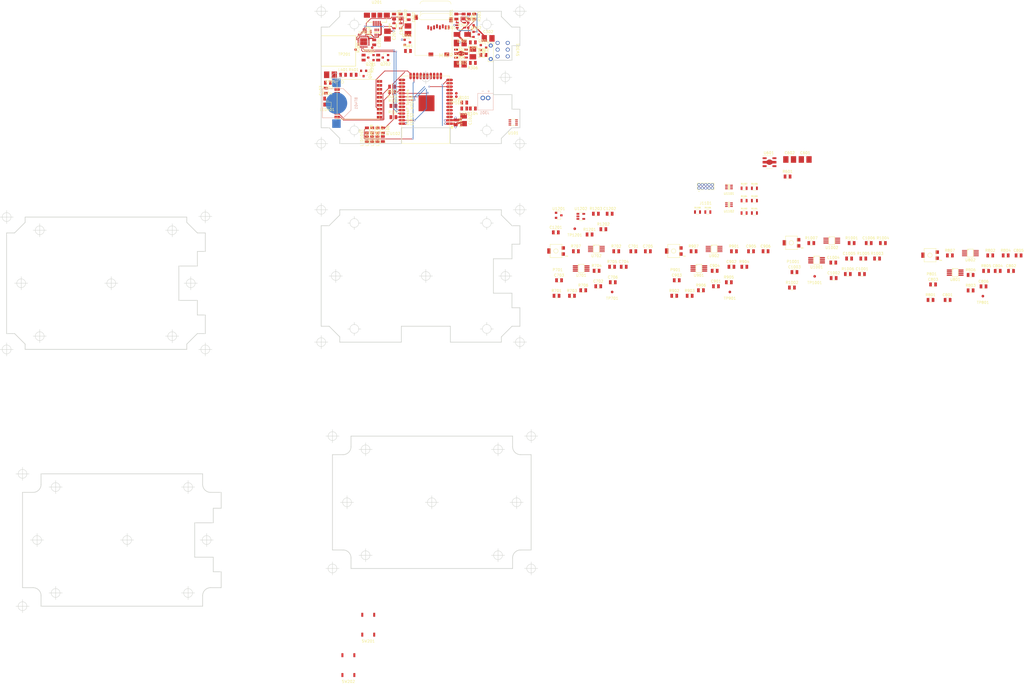
<source format=kicad_pcb>
(kicad_pcb (version 4) (host pcbnew 4.0.6)
  (layers (0 F.Cu signal) (1 In1.Cu power hide) (2 In2.Cu power hide) (31 B.Cu signal) (36 B.SilkS user) (37 F.SilkS user) (38 B.Mask user) (39 F.Mask user) (44 Edge.Cuts user))
  (net 0 "")
  (net 1 +3V3)
  (net 2 GND)
  (net 3 "Net-(R404-Pad2)")
  (net 4 /BOOTLOAD*)
  (net 5 /SCK)
  (net 6 /Power/V_BAT)
  (net 7 /Power/V_UNREG)
  (net 8 "Net-(LED301-PadA)")
  (net 9 /ALERT0)
  (net 10 +3.3VA)
  (net 11 /Power/+VBUS)
  (net 12 /KEEPALIVE)
  (net 13 /SHUTDOWN*)
  (net 14 /RXD)
  (net 15 /TXD)
  (net 16 "Net-(C701-Pad1)")
  (net 17 "Net-(C801-Pad1)")
  (net 18 "Net-(C802-Pad1)")
  (net 19 "Net-(C805-Pad1)")
  (net 20 "Net-(C901-Pad1)")
  (net 21 "Net-(C902-Pad1)")
  (net 22 "Net-(C905-Pad1)")
  (net 23 "Net-(C1001-Pad1)")
  (net 24 "Net-(C1002-Pad1)")
  (net 25 "Net-(C1005-Pad1)")
  (net 26 "Net-(LED101-PadA)")
  (net 27 "Net-(LED102-PadA)")
  (net 28 "Net-(LED103-PadA)")
  (net 29 "Net-(LED104-PadA)")
  (net 30 "Net-(LED401-PadA)")
  (net 31 /SD/DATA_OUT)
  (net 32 /SD/SCLK)
  (net 33 /SD/DATA_IN)
  (net 34 /SD/CS)
  (net 35 "Net-(P801-Pad2)")
  (net 36 "Net-(P901-Pad2)")
  (net 37 "Net-(P1001-Pad2)")
  (net 38 /GPS_EN*)
  (net 39 /SD_ENABLE*)
  (net 40 /LEDG)
  (net 41 /LEDR)
  (net 42 /LEDY)
  (net 43 /LEDB)
  (net 44 /+3.3VA_ENABLE)
  (net 45 /GPS_TXD)
  (net 46 /GPS_RXD)
  (net 47 "Net-(R704-Pad2)")
  (net 48 "Net-(R804-Pad1)")
  (net 49 "Net-(R804-Pad2)")
  (net 50 "Net-(R805-Pad2)")
  (net 51 "Net-(R904-Pad1)")
  (net 52 "Net-(R904-Pad2)")
  (net 53 "Net-(R905-Pad2)")
  (net 54 "Net-(R1004-Pad1)")
  (net 55 "Net-(R1004-Pad2)")
  (net 56 "Net-(R1005-Pad2)")
  (net 57 "Net-(TP801-Pad1)")
  (net 58 "Net-(TP901-Pad1)")
  (net 59 "Net-(TP1001-Pad1)")
  (net 60 /1PPS)
  (net 61 "Net-(U701-Pad6)")
  (net 62 "Net-(U801-Pad6)")
  (net 63 "Net-(U901-Pad6)")
  (net 64 "Net-(U1001-Pad6)")
  (net 65 /ESP32_RESET*)
  (net 66 "Net-(C401-Pad1)")
  (net 67 "Net-(C501-Pad1)")
  (net 68 /+V_UNREG_SW)
  (net 69 "Net-(C702-Pad1)")
  (net 70 "Net-(C705-Pad1)")
  (net 71 "Net-(C1201-Pad1)")
  (net 72 "Net-(F301-Pad2)")
  (net 73 "Net-(J1101-Pad2)")
  (net 74 "Net-(J1101-Pad3)")
  (net 75 "Net-(J1101-Pad4)")
  (net 76 "Net-(J1101-Pad5)")
  (net 77 "Net-(J1101-Pad6)")
  (net 78 "Net-(J1101-Pad7)")
  (net 79 "Net-(J1101-Pad8)")
  (net 80 "Net-(J1101-Pad9)")
  (net 81 "Net-(L401-Pad2)")
  (net 82 "Net-(LED201-PadA)")
  (net 83 "Net-(LED202-PadA)")
  (net 84 "Net-(LED301-PadK)")
  (net 85 "Net-(P701-Pad2)")
  (net 86 "Net-(Q201-Pad1)")
  (net 87 "Net-(Q201-Pad2)")
  (net 88 "Net-(Q202-Pad1)")
  (net 89 "Net-(Q202-Pad2)")
  (net 90 "Net-(Q301-Pad3)")
  (net 91 "Net-(R201-Pad1)")
  (net 92 "Net-(R202-Pad1)")
  (net 93 "Net-(R203-Pad1)")
  (net 94 "Net-(R304-Pad2)")
  (net 95 "Net-(R402-Pad2)")
  (net 96 "Net-(R403-Pad2)")
  (net 97 /analog/IN_0)
  (net 98 /analog/VREF)
  (net 99 "Net-(R704-Pad1)")
  (net 100 "Net-(R705-Pad2)")
  (net 101 /analog/AUX_IN_0)
  (net 102 /analog/IN_1)
  (net 103 /analog/AUX_IN_1)
  (net 104 /analog/IN_2)
  (net 105 /analog/AUX_IN_2)
  (net 106 /analog/IN_3)
  (net 107 /analog/AUX_IN_3)
  (net 108 "Net-(R1201-Pad2)")
  (net 109 "Net-(TP101-Pad1)")
  (net 110 "Net-(TP102-Pad1)")
  (net 111 "Net-(TP701-Pad1)")
  (net 112 "Net-(U201-Pad2)")
  (net 113 "Net-(U201-Pad3)")
  (net 114 "Net-(U401-Pad7)")
  (net 115 "Net-(U401-Pad6)")
  (net 116 /SDA)
  (net 117 /gps/GPS_RESET*)
  (net 118 "Net-(BT401-Pad+)")
  (module paddle:QFN-24-1EP_4x4mm_Pitch0.5mm (layer F.Cu) (at 66 61.5 180)
    (fp_text reference U203 (at 0 3.5 180) (layer F.SilkS))
    (fp_text value CP2104)
    (pad 1 smd rect (at -1.95 -1.25 180) (size 0.85 0.3) (layers F.Cu F.Mask))
    (pad 2 smd rect (at -1.95 -0.75 180) (size 0.85 0.3) (layers F.Cu F.Mask) (net 2 GND))
    (pad 3 smd rect (at -1.95 -0.25 180) (size 0.85 0.3) (layers F.Cu F.Mask) (net 113 "Net-(U201-Pad3)"))
    (pad 4 smd rect (at -1.95 0.25 180) (size 0.85 0.3) (layers F.Cu F.Mask) (net 112 "Net-(U201-Pad2)"))
    (pad 5 smd rect (at -1.95 0.75 180) (size 0.85 0.3) (layers F.Cu F.Mask) (net 1 +3V3))
    (pad 6 smd rect (at -1.95 1.25 180) (size 0.85 0.3) (layers F.Cu F.Mask) (net 1 +3V3))
    (pad 7 smd rect (at -1.25 1.95 270) (size 0.85 0.3) (layers F.Cu F.Mask) (net 1 +3V3))
    (pad 8 smd rect (at -0.75 1.95 270) (size 0.85 0.3) (layers F.Cu F.Mask) (net 11 /Power/+VBUS))
    (pad 9 smd rect (at -0.25 1.95 270) (size 0.85 0.3) (layers F.Cu F.Mask) (net 91 "Net-(R201-Pad1)"))
    (pad 10 smd rect (at 0.25 1.95 270) (size 0.85 0.3) (layers F.Cu F.Mask))
    (pad 11 smd rect (at 0.75 1.95 270) (size 0.85 0.3) (layers F.Cu F.Mask))
    (pad 12 smd rect (at 1.25 1.95 270) (size 0.85 0.3) (layers F.Cu F.Mask))
    (pad 13 smd rect (at 1.95 1.25 180) (size 0.85 0.3) (layers F.Cu F.Mask) (net 93 "Net-(R203-Pad1)"))
    (pad 14 smd rect (at 1.95 0.75 180) (size 0.85 0.3) (layers F.Cu F.Mask) (net 92 "Net-(R202-Pad1)"))
    (pad 15 smd rect (at 1.95 0.25 180) (size 0.85 0.3) (layers F.Cu F.Mask))
    (pad 16 smd rect (at 1.95 -0.25 180) (size 0.85 0.3) (layers F.Cu F.Mask))
    (pad 17 smd rect (at 1.95 -0.75 180) (size 0.85 0.3) (layers F.Cu F.Mask))
    (pad 18 smd rect (at 1.95 -1.25 180) (size 0.85 0.3) (layers F.Cu F.Mask))
    (pad 19 smd rect (at 1.25 -1.95 270) (size 0.85 0.3) (layers F.Cu F.Mask) (net 89 "Net-(Q202-Pad2)"))
    (pad 20 smd rect (at 0.75 -1.95 270) (size 0.85 0.3) (layers F.Cu F.Mask) (net 15 /TXD))
    (pad 21 smd rect (at 0.25 -1.95 270) (size 0.85 0.3) (layers F.Cu F.Mask) (net 14 /RXD))
    (pad 22 smd rect (at -0.25 -1.95 270) (size 0.85 0.3) (layers F.Cu F.Mask))
    (pad 23 smd rect (at -0.75 -1.95 270) (size 0.85 0.3) (layers F.Cu F.Mask) (net 87 "Net-(Q201-Pad2)"))
    (pad 24 smd rect (at -1.25 -1.95 270) (size 0.85 0.3) (layers F.Cu F.Mask))
    (pad 25 smd rect (at 0.65 0.65 180) (size 1.3 1.3) (layers F.Cu F.Mask) (net 2 GND))
    (pad 25 smd rect (at 0.65 -0.65 180) (size 1.3 1.3) (layers F.Cu F.Mask) (net 2 GND))
    (pad 25 smd rect (at -0.65 0.65 180) (size 1.3 1.3) (layers F.Cu F.Mask) (net 2 GND))
    (pad 25 smd rect (at -0.65 -0.65 180) (size 1.3 1.3) (layers F.Cu F.Mask) (net 2 GND))
  )
  (module paddle:ESP32-WROOM (layer F.Cu) (at 89.45 87.2)
    (fp_text reference U102 (at -11.557 9.017) (layer F.SilkS))
    (fp_text value ESP32-WROOM)
    (fp_text user "Espressif Systems" (at -6.858 -0.889 90) (layer F.SilkS))
    (fp_text user ESP32-WROOM (at -5.207 0.254 90) (layer F.SilkS))
    (pad 38 smd oval (at -9 5.25) (size 2.5 0.9) (layers F.Cu F.Mask) (net 2 GND))
    (pad 37 smd oval (at -9 3.98) (size 2.5 0.9) (layers F.Cu F.Mask) (net 33 /SD/DATA_IN))
    (pad 36 smd oval (at -9 2.71) (size 2.5 0.9) (layers F.Cu F.Mask) (net 5 /SCK))
    (pad 35 smd oval (at -9 1.44) (size 2.5 0.9) (layers F.Cu F.Mask) (net 14 /RXD))
    (pad 34 smd oval (at -9 0.17) (size 2.5 0.9) (layers F.Cu F.Mask) (net 15 /TXD))
    (pad 33 smd oval (at -9 -1.1) (size 2.5 0.9) (layers F.Cu F.Mask) (net 116 /SDA))
    (pad 32 smd oval (at -9 -2.37) (size 2.5 0.9) (layers F.Cu F.Mask))
    (pad 31 smd oval (at -9 -3.64) (size 2.5 0.9) (layers F.Cu F.Mask) (net 31 /SD/DATA_OUT))
    (pad 30 smd oval (at -9 -4.91) (size 2.5 0.9) (layers F.Cu F.Mask) (net 32 /SD/SCLK))
    (pad 29 smd oval (at -9 -6.18) (size 2.5 0.9) (layers F.Cu F.Mask) (net 34 /SD/CS))
    (pad 28 smd oval (at -9 -7.45) (size 2.5 0.9) (layers F.Cu F.Mask) (net 46 /GPS_RXD))
    (pad 27 smd oval (at -9 -8.72) (size 2.5 0.9) (layers F.Cu F.Mask) (net 45 /GPS_TXD))
    (pad 26 smd oval (at -9 -9.99) (size 2.5 0.9) (layers F.Cu F.Mask) (net 38 /GPS_EN*))
    (pad 25 smd oval (at -9 -11.26) (size 2.5 0.9) (layers F.Cu F.Mask) (net 4 /BOOTLOAD*))
    (pad 24 smd oval (at -5.715 -12.75) (size 0.9 2.5) (layers F.Cu F.Mask) (net 60 /1PPS))
    (pad 23 smd oval (at -4.445 -12.75) (size 0.9 2.5) (layers F.Cu F.Mask) (net 43 /LEDB))
    (pad 22 smd oval (at -3.175 -12.75) (size 0.9 2.5) (layers F.Cu F.Mask))
    (pad 21 smd oval (at -1.905 -12.75) (size 0.9 2.5) (layers F.Cu F.Mask))
    (pad 20 smd oval (at -0.635 -12.75) (size 0.9 2.5) (layers F.Cu F.Mask))
    (pad 19 smd oval (at 0.635 -12.75) (size 0.9 2.5) (layers F.Cu F.Mask))
    (pad 18 smd oval (at 1.905 -12.75) (size 0.9 2.5) (layers F.Cu F.Mask))
    (pad 17 smd oval (at 3.175 -12.75) (size 0.9 2.5) (layers F.Cu F.Mask))
    (pad 16 smd oval (at 4.445 -12.75) (size 0.9 2.5) (layers F.Cu F.Mask) (net 41 /LEDR))
    (pad 15 smd oval (at 5.715 -12.75) (size 0.9 2.5) (layers F.Cu F.Mask) (net 2 GND))
    (pad 14 smd oval (at 9 -11.26) (size 2.5 0.9) (layers F.Cu F.Mask) (net 42 /LEDY))
    (pad 13 smd oval (at 9 -9.99) (size 2.5 0.9) (layers F.Cu F.Mask) (net 40 /LEDG))
    (pad 12 smd oval (at 9 -8.72) (size 2.5 0.9) (layers F.Cu F.Mask) (net 39 /SD_ENABLE*))
    (pad 11 smd oval (at 9 -7.45) (size 2.5 0.9) (layers F.Cu F.Mask) (net 12 /KEEPALIVE))
    (pad 10 smd oval (at 9 -6.18) (size 2.5 0.9) (layers F.Cu F.Mask) (net 109 "Net-(TP101-Pad1)"))
    (pad 9 smd oval (at 9 -4.91) (size 2.5 0.9) (layers F.Cu F.Mask) (net 110 "Net-(TP102-Pad1)"))
    (pad 8 smd oval (at 9 -3.64) (size 2.5 0.9) (layers F.Cu F.Mask) (net 44 /+3.3VA_ENABLE))
    (pad 7 smd oval (at 9 -2.37) (size 2.5 0.9) (layers F.Cu F.Mask) (net 13 /SHUTDOWN*))
    (pad 6 smd oval (at 9 -1.1) (size 2.5 0.9) (layers F.Cu F.Mask) (net 9 /ALERT0))
    (pad 5 smd oval (at 9 0.17) (size 2.5 0.9) (layers F.Cu F.Mask))
    (pad 4 smd oval (at 9 1.44) (size 2.5 0.9) (layers F.Cu F.Mask))
    (pad 3 smd oval (at 9 2.71) (size 2.5 0.9) (layers F.Cu F.Mask) (net 65 /ESP32_RESET*))
    (pad 2 smd oval (at 9 3.98) (size 2.5 0.9) (layers F.Cu F.Mask) (net 1 +3V3))
    (pad 1 smd oval (at 9 5.25) (size 2.5 0.9) (layers F.Cu F.Mask) (net 2 GND))
    (pad 39 smd rect (at 0.3 -2.45) (size 6 6) (layers F.Cu F.Mask) (net 2 GND))
  )
  (module paddle:SMD_1206 (layer F.Cu) (at 113 60.25)
    (fp_text reference C302 (at 0 -2.5) (layer F.SilkS))
    (fp_text value 10uF)
    (pad 1 smd rect (at -1.45 0) (size 2 2.5) (layers F.Cu F.Mask) (net 6 /Power/V_BAT))
    (pad 2 smd rect (at 1.45 0) (size 2 2.5) (layers F.Cu F.Mask) (net 2 GND))
  )
  (module paddle:SOT-23-5 (layer F.Cu) (at 102.75 55.25)
    (fp_text reference U301 (at -3.75 1) (layer F.SilkS))
    (fp_text value MCP73831/2)
    (pad 1 smd rect (at -1.4 -0.95) (size 1.1 0.6) (layers F.Cu F.Mask) (net 84 "Net-(LED301-PadK)"))
    (pad 2 smd rect (at -1.4 0) (size 1.1 0.6) (layers F.Cu F.Mask) (net 2 GND))
    (pad 3 smd rect (at -1.4 0.95) (size 1.1 0.6) (layers F.Cu F.Mask) (net 6 /Power/V_BAT))
    (pad 4 smd rect (at 1.4 0.95) (size 1.1 0.6) (layers F.Cu F.Mask) (net 11 /Power/+VBUS))
    (pad 5 smd rect (at 1.4 -0.95) (size 1.1 0.6) (layers F.Cu F.Mask) (net 94 "Net-(R304-Pad2)"))
  )
  (module adafruit:MICROSD (layer F.Cu) (at 99.4 66.74 180)
    (fp_text reference M501 (at -3.4 0.99 180) (layer F.SilkS) (effects (font (size 1.2065 1.2065) (thickness 0.1016)) (justify left bottom)))
    (fp_text value MICROSD (at 0 0 180) (layer F.SilkS))
    (pad MT1 smd rect (at 0.4 13.54 180) (size 1.4 1.9) (layers F.Cu F.Mask) (net 2 GND))
    (pad MT2 smd rect (at 13.6 14.44 180) (size 1.4 1.9) (layers F.Cu F.Mask) (net 2 GND))
    (pad CD1 smd rect (at 2 0.44 270) (size 1.4 1.8) (layers F.Cu F.Mask))
    (pad CD2 smd rect (at 8 0.44 270) (size 1.4 1.8) (layers F.Cu F.Mask))
    (pad 8 smd rect (at 1.3 10.64 180) (size 0.7 1.5) (layers F.Cu F.Mask))
    (pad 7 smd rect (at 2.4 10.64 180) (size 0.7 1.5) (layers F.Cu F.Mask) (net 31 /SD/DATA_OUT))
    (pad 6 smd rect (at 3.5 11.04 180) (size 0.7 1.5) (layers F.Cu F.Mask) (net 2 GND))
    (pad 5 smd rect (at 4.6 10.64 180) (size 0.7 1.5) (layers F.Cu F.Mask) (net 32 /SD/SCLK))
    (pad 4 smd rect (at 5.7 11.04 180) (size 0.7 1.5) (layers F.Cu F.Mask) (net 67 "Net-(C501-Pad1)"))
    (pad 3 smd rect (at 6.8 10.64 180) (size 0.7 1.5) (layers F.Cu F.Mask) (net 33 /SD/DATA_IN))
    (pad 2 smd rect (at 7.9 10.24 180) (size 0.7 1.5) (layers F.Cu F.Mask) (net 34 /SD/CS))
    (pad 1 smd rect (at 9 10.64 180) (size 0.7 1.5) (layers F.Cu F.Mask))
  )
  (module paddle:SMD_0805 (layer F.Cu) (at 82.75 65)
    (fp_text reference R501 (at 0 -1.9) (layer F.SilkS))
    (fp_text value 1MEG)
    (pad 1 smd rect (at -0.95 0) (size 1 1.5) (layers F.Cu F.Mask) (net 1 +3V3))
    (pad 2 smd rect (at 0.95 0) (size 1 1.5) (layers F.Cu F.Mask) (net 39 /SD_ENABLE*))
  )
  (module paddle:SMD_1206 (layer F.Cu) (at 82.75 57 90)
    (fp_text reference C501 (at 0 -2.5 90) (layer F.SilkS))
    (fp_text value 10uF)
    (pad 1 smd rect (at -1.45 0 90) (size 2 2.5) (layers F.Cu F.Mask) (net 67 "Net-(C501-Pad1)"))
    (pad 2 smd rect (at 1.45 0 90) (size 2 2.5) (layers F.Cu F.Mask) (net 2 GND))
  )
  (module paddle:SOT-23 (layer F.Cu) (at 82.5 61.75)
    (fp_text reference Q501 (at 0 -2.5) (layer F.SilkS))
    (fp_text value DMG3415U)
    (pad 1 smd rect (at -1 -0.95) (size 0.9 0.8) (layers F.Cu F.Mask) (net 39 /SD_ENABLE*))
    (pad 2 smd rect (at -1 0.95) (size 0.9 0.8) (layers F.Cu F.Mask) (net 1 +3V3))
    (pad 3 smd rect (at 1 0) (size 0.9 0.8) (layers F.Cu F.Mask) (net 67 "Net-(C501-Pad1)"))
  )
  (module paddle:KH_F20_mounting_hole (layer F.Cu) (at 112.5 55)
    (fp_text reference REF** hide)
    (fp_text value hole)
    (pad "" np_thru_hole circle (at 0 0) (size 3 3) (drill 3) (layers *.Cu *.Mask))
  )
  (module paddle:KH_F20_mounting_hole (layer F.Cu) (at 62.5 55)
    (fp_text reference REF** hide)
    (fp_text value hole)
    (pad "" np_thru_hole circle (at 0 0) (size 3 3) (drill 3) (layers *.Cu *.Mask))
  )
  (module paddle:SOT-23 (layer F.Cu) (at 74.25 67.5 180)
    (fp_text reference Q202 (at 0 -2.5 180) (layer F.SilkS))
    (fp_text value MMBT4401)
    (pad 1 smd rect (at -1 -0.95 180) (size 0.9 0.8) (layers F.Cu F.Mask) (net 88 "Net-(Q202-Pad1)"))
    (pad 2 smd rect (at -1 0.95 180) (size 0.9 0.8) (layers F.Cu F.Mask) (net 89 "Net-(Q202-Pad2)"))
    (pad 3 smd rect (at 1 0 180) (size 0.9 0.8) (layers F.Cu F.Mask) (net 65 /ESP32_RESET*))
  )
  (module paddle:SOT-23 (layer F.Cu) (at 68.75 67.5 180)
    (fp_text reference Q201 (at 0 -2.5 180) (layer F.SilkS))
    (fp_text value MMBT4401)
    (pad 1 smd rect (at -1 -0.95 180) (size 0.9 0.8) (layers F.Cu F.Mask) (net 86 "Net-(Q201-Pad1)"))
    (pad 2 smd rect (at -1 0.95 180) (size 0.9 0.8) (layers F.Cu F.Mask) (net 87 "Net-(Q201-Pad2)"))
    (pad 3 smd rect (at 1 0 180) (size 0.9 0.8) (layers F.Cu F.Mask) (net 4 /BOOTLOAD*))
  )
  (module paddle:SMD_0805 (layer F.Cu) (at 104 86.75 180)
    (fp_text reference C101 (at 0 -1.9 180) (layer F.SilkS))
    (fp_text value 1.0uF)
    (pad 1 smd rect (at -0.95 0 180) (size 1 1.5) (layers F.Cu F.Mask) (net 65 /ESP32_RESET*))
    (pad 2 smd rect (at 0.95 0 180) (size 1 1.5) (layers F.Cu F.Mask) (net 2 GND))
  )
  (module paddle:SMD_1206 (layer F.Cu) (at 103.75 91 270)
    (fp_text reference C102 (at 0 -2.5 270) (layer F.SilkS))
    (fp_text value 10uF)
    (pad 1 smd rect (at -1.45 0 270) (size 2 2.5) (layers F.Cu F.Mask) (net 1 +3V3))
    (pad 2 smd rect (at 1.45 0 270) (size 2 2.5) (layers F.Cu F.Mask) (net 2 GND))
  )
  (module paddle:SMD_0805 (layer F.Cu) (at 100.75 92 270)
    (fp_text reference C103 (at 0 -1.9 270) (layer F.SilkS))
    (fp_text value 0.1uF)
    (pad 1 smd rect (at -0.95 0 270) (size 1 1.5) (layers F.Cu F.Mask) (net 1 +3V3))
    (pad 2 smd rect (at 0.95 0 270) (size 1 1.5) (layers F.Cu F.Mask) (net 2 GND))
  )
  (module paddle:SMD_1206 (layer F.Cu) (at 75 59 270)
    (fp_text reference C201 (at 0 -2.5 270) (layer F.SilkS))
    (fp_text value 10uF)
    (pad 1 smd rect (at -1.45 0 270) (size 2 2.5) (layers F.Cu F.Mask) (net 1 +3V3))
    (pad 2 smd rect (at 1.45 0 270) (size 2 2.5) (layers F.Cu F.Mask) (net 2 GND))
  )
  (module paddle:SMD_0805 (layer F.Cu) (at 70 61.75 270)
    (fp_text reference C202 (at 0 -1.9 270) (layer F.SilkS))
    (fp_text value 0.1uF)
    (pad 1 smd rect (at -0.95 0 270) (size 1 1.5) (layers F.Cu F.Mask) (net 1 +3V3))
    (pad 2 smd rect (at 0.95 0 270) (size 1 1.5) (layers F.Cu F.Mask) (net 2 GND))
  )
  (module paddle:SMD_0805 (layer F.Cu) (at 104 84.5)
    (fp_text reference R101 (at 0 -1.9) (layer F.SilkS))
    (fp_text value 10k)
    (pad 1 smd rect (at -0.95 0) (size 1 1.5) (layers F.Cu F.Mask) (net 1 +3V3))
    (pad 2 smd rect (at 0.95 0) (size 1 1.5) (layers F.Cu F.Mask) (net 9 /ALERT0))
  )
  (module paddle:SMD_0805 (layer F.Cu) (at 77.25 90)
    (fp_text reference R102 (at 0 -1.9) (layer F.SilkS))
    (fp_text value 4.7k)
    (pad 1 smd rect (at -0.95 0) (size 1 1.5) (layers F.Cu F.Mask) (net 1 +3V3))
    (pad 2 smd rect (at 0.95 0) (size 1 1.5) (layers F.Cu F.Mask) (net 5 /SCK))
  )
  (module paddle:SMD_0805 (layer F.Cu) (at 77.25 85.75)
    (fp_text reference R103 (at 0 -1.9) (layer F.SilkS))
    (fp_text value 4.7k)
    (pad 1 smd rect (at -0.95 0) (size 1 1.5) (layers F.Cu F.Mask) (net 1 +3V3))
    (pad 2 smd rect (at 0.95 0) (size 1 1.5) (layers F.Cu F.Mask) (net 116 /SDA))
  )
  (module paddle:SMD_0805 (layer F.Cu) (at 107.25 86.75 180)
    (fp_text reference R104 (at 0 -1.9 180) (layer F.SilkS))
    (fp_text value 10k)
    (pad 1 smd rect (at -0.95 0 180) (size 1 1.5) (layers F.Cu F.Mask) (net 1 +3V3))
    (pad 2 smd rect (at 0.95 0 180) (size 1 1.5) (layers F.Cu F.Mask) (net 65 /ESP32_RESET*))
  )
  (module paddle:SMD_0805 (layer F.Cu) (at 69.25 95 270)
    (fp_text reference R105 (at 0 -1.9 270) (layer F.SilkS))
    (fp_text value 330)
    (pad 1 smd rect (at -0.95 0 270) (size 1 1.5) (layers F.Cu F.Mask) (net 40 /LEDG))
    (pad 2 smd rect (at 0.95 0 270) (size 1 1.5) (layers F.Cu F.Mask) (net 26 "Net-(LED101-PadA)"))
  )
  (module paddle:SMD_0805 (layer F.Cu) (at 73.25 95 270)
    (fp_text reference R106 (at 0 -1.9 270) (layer F.SilkS))
    (fp_text value 330)
    (pad 1 smd rect (at -0.95 0 270) (size 1 1.5) (layers F.Cu F.Mask) (net 41 /LEDR))
    (pad 2 smd rect (at 0.95 0 270) (size 1 1.5) (layers F.Cu F.Mask) (net 27 "Net-(LED102-PadA)"))
  )
  (module paddle:SMD_0805 (layer F.Cu) (at 71.25 95 270)
    (fp_text reference R107 (at 0 -1.9 270) (layer F.SilkS))
    (fp_text value 330)
    (pad 1 smd rect (at -0.95 0 270) (size 1 1.5) (layers F.Cu F.Mask) (net 42 /LEDY))
    (pad 2 smd rect (at 0.95 0 270) (size 1 1.5) (layers F.Cu F.Mask) (net 28 "Net-(LED103-PadA)"))
  )
  (module paddle:SMD_0805 (layer F.Cu) (at 71.5 67.5 90)
    (fp_text reference R204 (at -3.75 -2.25 90) (layer F.SilkS))
    (fp_text value 10k)
    (pad 1 smd rect (at -0.95 0 90) (size 1 1.5) (layers F.Cu F.Mask) (net 88 "Net-(Q202-Pad1)"))
    (pad 2 smd rect (at 0.95 0 90) (size 1 1.5) (layers F.Cu F.Mask) (net 87 "Net-(Q201-Pad2)"))
  )
  (module paddle:SMD_0805 (layer F.Cu) (at 66 67.5 90)
    (fp_text reference R205 (at 3.75 -2 90) (layer F.SilkS))
    (fp_text value 10k)
    (pad 1 smd rect (at -0.95 0 90) (size 1 1.5) (layers F.Cu F.Mask) (net 86 "Net-(Q201-Pad1)"))
    (pad 2 smd rect (at 0.95 0 90) (size 1 1.5) (layers F.Cu F.Mask) (net 89 "Net-(Q202-Pad2)"))
  )
  (module paddle:SMD_0805 (layer F.Cu) (at 103.75 52 90)
    (fp_text reference R301 (at -3.25 -0.25 180) (layer F.SilkS))
    (fp_text value 1.0K)
    (pad 1 smd rect (at -0.95 0 90) (size 1 1.5) (layers F.Cu F.Mask) (net 11 /Power/+VBUS))
    (pad 2 smd rect (at 0.95 0 90) (size 1 1.5) (layers F.Cu F.Mask) (net 8 "Net-(LED301-PadA)"))
  )
  (module paddle:SMD_0805 (layer F.Cu) (at 111.25 66.5)
    (fp_text reference R302 (at 0 -1.9) (layer F.SilkS))
    (fp_text value 1Meg)
    (pad 1 smd rect (at -0.95 0) (size 1 1.5) (layers F.Cu F.Mask) (net 2 GND))
    (pad 2 smd rect (at 0.95 0) (size 1 1.5) (layers F.Cu F.Mask) (net 12 /KEEPALIVE))
  )
  (module paddle:SMD_0805 (layer F.Cu) (at 107.75 52 270)
    (fp_text reference R303 (at 0 -1.9 270) (layer F.SilkS))
    (fp_text value 1Meg)
    (pad 1 smd rect (at -0.95 0 270) (size 1 1.5) (layers F.Cu F.Mask) (net 90 "Net-(Q301-Pad3)"))
    (pad 2 smd rect (at 0.95 0 270) (size 1 1.5) (layers F.Cu F.Mask) (net 7 /Power/V_UNREG))
  )
  (module paddle:SMD_0805 (layer F.Cu) (at 105.75 52 270)
    (fp_text reference R304 (at 0 -1.9 270) (layer F.SilkS))
    (fp_text value 4.7K)
    (pad 1 smd rect (at -0.95 0 270) (size 1 1.5) (layers F.Cu F.Mask) (net 2 GND))
    (pad 2 smd rect (at 0.95 0 270) (size 1 1.5) (layers F.Cu F.Mask) (net 94 "Net-(R304-Pad2)"))
  )
  (module paddle:SMD_0805 (layer F.Cu) (at 107.25 61.75 180)
    (fp_text reference R305 (at 0 -1.9 180) (layer F.SilkS))
    (fp_text value 1.0Meg)
    (pad 1 smd rect (at -0.95 0 180) (size 1 1.5) (layers F.Cu F.Mask) (net 2 GND))
    (pad 2 smd rect (at 0.95 0 180) (size 1 1.5) (layers F.Cu F.Mask) (net 11 /Power/+VBUS))
  )
  (module paddle:SMD_D_0805 (layer F.Cu) (at 77.5 52 270)
    (fp_text reference LED201 (at 0 -1.9 270) (layer F.SilkS))
    (fp_text value LED)
    (pad K smd rect (at -0.95 0 270) (size 1 1.5) (layers F.Cu F.Mask) (net 2 GND))
    (pad A smd rect (at 0.95 0 270) (size 1 1.5) (layers F.Cu F.Mask) (net 82 "Net-(LED201-PadA)"))
  )
  (module paddle:SMD_1206 (layer F.Cu) (at 53.5 74 180)
    (fp_text reference C401 (at 0 -2.5 180) (layer F.SilkS))
    (fp_text value 10uF)
    (pad 1 smd rect (at -1.45 0 180) (size 2 2.5) (layers F.Cu F.Mask) (net 66 "Net-(C401-Pad1)"))
    (pad 2 smd rect (at 1.45 0 180) (size 2 2.5) (layers F.Cu F.Mask) (net 2 GND))
  )
  (module paddle:SMD_0805 (layer F.Cu) (at 52.5 77 180)
    (fp_text reference C402 (at 0 -1.9 180) (layer F.SilkS))
    (fp_text value 0.01uF)
    (pad 1 smd rect (at -0.95 0 180) (size 1 1.5) (layers F.Cu F.Mask) (net 66 "Net-(C401-Pad1)"))
    (pad 2 smd rect (at 0.95 0 180) (size 1 1.5) (layers F.Cu F.Mask) (net 2 GND))
  )
  (module paddle:SMD_0805 (layer F.Cu) (at 107.25 69.5 180)
    (fp_text reference R306 (at 0 -1.9 180) (layer F.SilkS))
    (fp_text value 100k)
    (pad 1 smd rect (at -0.95 0 180) (size 1 1.5) (layers F.Cu F.Mask) (net 13 /SHUTDOWN*))
    (pad 2 smd rect (at 0.95 0 180) (size 1 1.5) (layers F.Cu F.Mask) (net 1 +3V3))
  )
  (module paddle:SMD_1206 (layer F.Cu) (at 102.5 62 180)
    (fp_text reference C301 (at 0 -2.5 180) (layer F.SilkS))
    (fp_text value 10uF)
    (pad 1 smd rect (at -1.45 0 180) (size 2 2.5) (layers F.Cu F.Mask) (net 11 /Power/+VBUS))
    (pad 2 smd rect (at 1.45 0 180) (size 2 2.5) (layers F.Cu F.Mask) (net 2 GND))
  )
  (module paddle:SMD_1206 (layer F.Cu) (at 107.25 65.75 270)
    (fp_text reference C303 (at 0 -2.5 270) (layer F.SilkS))
    (fp_text value 10uF)
    (pad 1 smd rect (at -1.45 0 270) (size 2 2.5) (layers F.Cu F.Mask) (net 68 /+V_UNREG_SW))
    (pad 2 smd rect (at 1.45 0 270) (size 2 2.5) (layers F.Cu F.Mask) (net 2 GND))
  )
  (module paddle:SMD_1206 (layer F.Cu) (at 102.5 70)
    (fp_text reference C304 (at 0 -2.5) (layer F.SilkS))
    (fp_text value 10uF)
    (pad 1 smd rect (at -1.45 0) (size 2 2.5) (layers F.Cu F.Mask) (net 1 +3V3))
    (pad 2 smd rect (at 1.45 0) (size 2 2.5) (layers F.Cu F.Mask) (net 2 GND))
  )
  (module paddle:SMD_0805 (layer F.Cu) (at 83 52.25 270)
    (fp_text reference C502 (at 0 -1.9 270) (layer F.SilkS))
    (fp_text value 0.1uF)
    (pad 1 smd rect (at -0.95 0 270) (size 1 1.5) (layers F.Cu F.Mask) (net 67 "Net-(C501-Pad1)"))
    (pad 2 smd rect (at 0.95 0 270) (size 1 1.5) (layers F.Cu F.Mask) (net 2 GND))
  )
  (module paddle:D_SMA (layer F.Cu) (at 103.25 58.75 180)
    (fp_text reference D301 (at 0 -2.5 180) (layer F.SilkS))
    (fp_text value Schottky)
    (pad K smd rect (at -2 0 180) (size 2.5 1.8) (layers F.Cu F.Mask) (net 7 /Power/V_UNREG))
    (pad A smd rect (at 2 0 180) (size 2.5 1.8) (layers F.Cu F.Mask) (net 11 /Power/+VBUS))
  )
  (module paddle:radial-0.2-in-0.7mm-hole (layer F.Cu) (at 114 65.5 270)
    (fp_text reference F301 (at 0 2.6 270) (layer F.SilkS))
    (fp_text value "1A Poly")
    (pad 1 thru_hole circle (at -2.54 0 270) (size 1.524 1.524) (drill 0.8) (layers *.Cu *.Mask) (net 6 /Power/V_BAT))
    (pad 2 thru_hole circle (at 2.54 0 270) (size 1.524 1.524) (drill 0.8) (layers *.Cu *.Mask) (net 72 "Net-(F301-Pad2)"))
  )
  (module paddle:JST_battery_header_B2B-PH-K-S (layer B.Cu) (at 112 82.75 180)
    (fp_text reference J301 (at 0.35 -5.6 180) (layer B.SilkS) (effects (justify mirror)))
    (fp_text value Battery)
    (fp_text user - (at 1 2.6 180) (layer B.SilkS) (effects (justify mirror)))
    (fp_text user + (at -1.2 2.6 180) (layer B.SilkS) (effects (justify mirror)))
    (pad 1 thru_hole circle (at -1 0 180) (size 1.7 1.7) (drill 1) (layers *.Cu *.Mask) (net 72 "Net-(F301-Pad2)"))
    (pad 2 thru_hole circle (at 1 0 180) (size 1.7 1.7) (drill 1) (layers *.Cu *.Mask) (net 2 GND))
  )
  (module paddle:SMD_0805 (layer F.Cu) (at 58.25 74)
    (fp_text reference L401 (at 0 -1.9) (layer F.SilkS))
    (fp_text value bead)
    (pad 1 smd rect (at -0.95 0) (size 1 1.5) (layers F.Cu F.Mask) (net 66 "Net-(C401-Pad1)"))
    (pad 2 smd rect (at 0.95 0) (size 1 1.5) (layers F.Cu F.Mask) (net 81 "Net-(L401-Pad2)"))
  )
  (module paddle:SMD_D_0805 (layer F.Cu) (at 69.25 98.25 90)
    (fp_text reference LED101 (at 0 -1.9 90) (layer F.SilkS))
    (fp_text value LED)
    (pad K smd rect (at -0.95 0 90) (size 1 1.5) (layers F.Cu F.Mask) (net 2 GND))
    (pad A smd rect (at 0.95 0 90) (size 1 1.5) (layers F.Cu F.Mask) (net 26 "Net-(LED101-PadA)"))
  )
  (module paddle:SMD_D_0805 (layer F.Cu) (at 73.25 98.25 90)
    (fp_text reference LED102 (at 0 -1.9 90) (layer F.SilkS))
    (fp_text value LED)
    (pad K smd rect (at -0.95 0 90) (size 1 1.5) (layers F.Cu F.Mask) (net 2 GND))
    (pad A smd rect (at 0.95 0 90) (size 1 1.5) (layers F.Cu F.Mask) (net 27 "Net-(LED102-PadA)"))
  )
  (module paddle:SMD_D_0805 (layer F.Cu) (at 71.25 98.25 90)
    (fp_text reference LED103 (at 0 -1.9 90) (layer F.SilkS))
    (fp_text value LED)
    (pad K smd rect (at -0.95 0 90) (size 1 1.5) (layers F.Cu F.Mask) (net 2 GND))
    (pad A smd rect (at 0.95 0 90) (size 1 1.5) (layers F.Cu F.Mask) (net 28 "Net-(LED103-PadA)"))
  )
  (module paddle:SMD_D_0805 (layer F.Cu) (at 67.25 98.25 90)
    (fp_text reference LED104 (at 0 -1.9 90) (layer F.SilkS))
    (fp_text value LED)
    (pad K smd rect (at -0.95 0 90) (size 1 1.5) (layers F.Cu F.Mask) (net 2 GND))
    (pad A smd rect (at 0.95 0 90) (size 1 1.5) (layers F.Cu F.Mask) (net 29 "Net-(LED104-PadA)"))
  )
  (module paddle:SMD_D_0805 (layer F.Cu) (at 101 52 90)
    (fp_text reference LED301 (at 0 -1.9 90) (layer F.SilkS))
    (fp_text value Charge)
    (pad K smd rect (at -0.95 0 90) (size 1 1.5) (layers F.Cu F.Mask) (net 84 "Net-(LED301-PadK)"))
    (pad A smd rect (at 0.95 0 90) (size 1 1.5) (layers F.Cu F.Mask) (net 8 "Net-(LED301-PadA)"))
  )
  (module paddle:SMD_D_0805 (layer F.Cu) (at 52.25 85.25 180)
    (fp_text reference LED401 (at 0 -1.9 180) (layer F.SilkS))
    (fp_text value LED)
    (pad K smd rect (at -0.95 0 180) (size 1 1.5) (layers F.Cu F.Mask) (net 2 GND))
    (pad A smd rect (at 0.95 0 180) (size 1 1.5) (layers F.Cu F.Mask) (net 30 "Net-(LED401-PadA)"))
  )
  (module paddle:SOT-23 (layer F.Cu) (at 111.25 63.75)
    (fp_text reference Q301 (at 0 -2.5) (layer F.SilkS))
    (fp_text value DMG3414U)
    (pad 1 smd rect (at -1 -0.95) (size 0.9 0.8) (layers F.Cu F.Mask) (net 12 /KEEPALIVE))
    (pad 2 smd rect (at -1 0.95) (size 0.9 0.8) (layers F.Cu F.Mask) (net 2 GND))
    (pad 3 smd rect (at 1 0) (size 0.9 0.8) (layers F.Cu F.Mask) (net 90 "Net-(Q301-Pad3)"))
  )
  (module paddle:SOT-23 (layer F.Cu) (at 108.5 58.75)
    (fp_text reference Q302 (at 0 -2.5) (layer F.SilkS))
    (fp_text value DMG3415U)
    (pad 1 smd rect (at -1 -0.95) (size 0.9 0.8) (layers F.Cu F.Mask) (net 90 "Net-(Q301-Pad3)"))
    (pad 2 smd rect (at -1 0.95) (size 0.9 0.8) (layers F.Cu F.Mask) (net 7 /Power/V_UNREG))
    (pad 3 smd rect (at 1 0) (size 0.9 0.8) (layers F.Cu F.Mask) (net 68 /+V_UNREG_SW))
  )
  (module paddle:SOT-23 (layer F.Cu) (at 106.5 55.25)
    (fp_text reference Q303 (at 0 -2.5) (layer F.SilkS))
    (fp_text value DMG3415U)
    (pad 1 smd rect (at -1 -0.95) (size 0.9 0.8) (layers F.Cu F.Mask) (net 11 /Power/+VBUS))
    (pad 2 smd rect (at -1 0.95) (size 0.9 0.8) (layers F.Cu F.Mask) (net 7 /Power/V_UNREG))
    (pad 3 smd rect (at 1 0) (size 0.9 0.8) (layers F.Cu F.Mask) (net 6 /Power/V_BAT))
  )
  (module paddle:SOT-23 (layer F.Cu) (at 66 73.5 270)
    (fp_text reference Q401 (at 0 -2.5 270) (layer F.SilkS))
    (fp_text value DMG3415U)
    (pad 1 smd rect (at -1 -0.95 270) (size 0.9 0.8) (layers F.Cu F.Mask) (net 38 /GPS_EN*))
    (pad 2 smd rect (at -1 0.95 270) (size 0.9 0.8) (layers F.Cu F.Mask) (net 1 +3V3))
    (pad 3 smd rect (at 1 0 270) (size 0.9 0.8) (layers F.Cu F.Mask) (net 81 "Net-(L401-Pad2)"))
  )
  (module paddle:SMD_0805 (layer F.Cu) (at 67.25 95 270)
    (fp_text reference R108 (at -0.25 -1.75 270) (layer F.SilkS))
    (fp_text value 330)
    (pad 1 smd rect (at -0.95 0 270) (size 1 1.5) (layers F.Cu F.Mask) (net 43 /LEDB))
    (pad 2 smd rect (at 0.95 0 270) (size 1 1.5) (layers F.Cu F.Mask) (net 29 "Net-(LED104-PadA)"))
  )
  (module paddle:SMD_0805 (layer F.Cu) (at 62.25 74)
    (fp_text reference R401 (at 0 -1.9) (layer F.SilkS))
    (fp_text value 1MEG)
    (pad 1 smd rect (at -0.95 0) (size 1 1.5) (layers F.Cu F.Mask))
    (pad 2 smd rect (at 0.95 0) (size 1 1.5) (layers F.Cu F.Mask) (net 38 /GPS_EN*))
  )
  (module paddle:SMD_0805 (layer F.Cu) (at 76.75 78.5 180)
    (fp_text reference R402 (at 0 -1.9 180) (layer F.SilkS))
    (fp_text value 330)
    (pad 1 smd rect (at -0.95 0 180) (size 1 1.5) (layers F.Cu F.Mask) (net 45 /GPS_TXD))
    (pad 2 smd rect (at 0.95 0 180) (size 1 1.5) (layers F.Cu F.Mask) (net 95 "Net-(R402-Pad2)"))
  )
  (module paddle:SMD_0805 (layer F.Cu) (at 76.75 80.5 180)
    (fp_text reference R403 (at 0 -1.9 180) (layer F.SilkS))
    (fp_text value 330)
    (pad 1 smd rect (at -0.95 0 180) (size 1 1.5) (layers F.Cu F.Mask) (net 46 /GPS_RXD))
    (pad 2 smd rect (at 0.95 0 180) (size 1 1.5) (layers F.Cu F.Mask) (net 96 "Net-(R403-Pad2)"))
  )
  (module paddle:SMD_0805 (layer F.Cu) (at 52.25 83)
    (fp_text reference R404 (at 0 -1.9) (layer F.SilkS))
    (fp_text value 330)
    (pad 1 smd rect (at -0.95 0) (size 1 1.5) (layers F.Cu F.Mask) (net 30 "Net-(LED401-PadA)"))
    (pad 2 smd rect (at 0.95 0) (size 1 1.5) (layers F.Cu F.Mask) (net 3 "Net-(R404-Pad2)"))
  )
  (module paddle:dpdt_switch (layer F.Cu) (at 118.5 64.5 90)
    (fp_text reference SW301 (at 0 5.715 90) (layer F.SilkS))
    (fp_text value SW_DPDT_x2)
    (pad 2 thru_hole circle (at 0 1.905 90) (size 1.5 1.5) (drill 1) (layers *.Cu *.Mask) (net 68 /+V_UNREG_SW))
    (pad 5 thru_hole circle (at 0 -1.905 90) (size 1.5 1.5) (drill 1) (layers *.Cu *.Mask) (net 13 /SHUTDOWN*))
    (pad 4 thru_hole circle (at -2.54 -1.905 90) (size 1.5 1.5) (drill 1) (layers *.Cu *.Mask))
    (pad 1 thru_hole circle (at -2.54 1.905 90) (size 1.5 1.5) (drill 1) (layers *.Cu *.Mask) (net 7 /Power/V_UNREG))
    (pad 3 thru_hole circle (at 2.54 1.905 90) (size 1.5 1.5) (drill 1) (layers *.Cu *.Mask))
    (pad 6 thru_hole circle (at 2.54 -1.905 90) (size 1.5 1.5) (drill 1) (layers *.Cu *.Mask) (net 2 GND))
  )
  (module paddle:tp_th_1mm (layer F.Cu) (at 63 64.5)
    (fp_text reference TP201 (at -4.25 1.75) (layer F.SilkS))
    (fp_text value RXD)
    (pad 1 smd circle (at 0 0) (size 1 1) (layers F.Cu F.Mask) (net 15 /TXD))
  )
  (module paddle:tp_th_1mm (layer F.Cu) (at 69.25 63.75)
    (fp_text reference TP202 (at -1.25 1.25) (layer F.SilkS))
    (fp_text value TXD)
    (pad 1 smd circle (at 0 0) (size 1 1) (layers F.Cu F.Mask) (net 14 /RXD))
  )
  (module paddle:BME280 (layer F.Cu) (at 122.5 92)
    (fp_text reference U101 (at 0 4) (layer F.SilkS))
    (fp_text value BME280)
    (pad 8 smd rect (at -1.275 -0.975) (size 1 0.35) (layers F.Cu F.Mask) (net 1 +3V3))
    (pad 7 smd rect (at -1.275 -0.325) (size 1 0.35) (layers F.Cu F.Mask) (net 2 GND))
    (pad 6 smd rect (at -1.275 0.325) (size 1 0.35) (layers F.Cu F.Mask) (net 1 +3V3))
    (pad 5 smd rect (at -1.275 0.975) (size 1 0.35) (layers F.Cu F.Mask) (net 2 GND))
    (pad 4 smd rect (at 1.225 0.975) (size 1 0.35) (layers F.Cu F.Mask) (net 5 /SCK))
    (pad 3 smd rect (at 1.225 0.325) (size 1 0.35) (layers F.Cu F.Mask) (net 116 /SDA))
    (pad 2 smd rect (at 1.225 -0.325) (size 1 0.35) (layers F.Cu F.Mask) (net 1 +3V3))
    (pad 1 smd rect (at 1.225 -0.975) (size 1 0.35) (layers F.Cu F.Mask) (net 2 GND))
  )
  (module paddle:USB_micro_B_FCI_10104110 (layer F.Cu) (at 71 51.5 180)
    (fp_text reference U201 (at 0 4.9 180) (layer F.SilkS))
    (fp_text value USB_B_Socket)
    (pad 1 smd rect (at -1.3 -3.15 180) (size 0.4 2) (layers F.Cu F.Mask) (net 11 /Power/+VBUS))
    (pad 2 smd rect (at -0.65 -3.15 180) (size 0.4 2) (layers F.Cu F.Mask) (net 112 "Net-(U201-Pad2)"))
    (pad 3 smd rect (at 0 -3.15 180) (size 0.4 2) (layers F.Cu F.Mask) (net 113 "Net-(U201-Pad3)"))
    (pad 4 smd rect (at 0.65 -3.15 180) (size 0.4 2) (layers F.Cu F.Mask))
    (pad 5 smd rect (at 1.3 -3.15 180) (size 0.4 2) (layers F.Cu F.Mask) (net 2 GND))
    (pad 6 smd rect (at -1.15 0 180) (size 1.8 1.9) (layers F.Cu F.Mask) (net 2 GND))
    (pad 6 smd rect (at -3.75 0 180) (size 2.3 1.9) (layers F.Cu F.Mask) (net 2 GND))
    (pad 6 smd rect (at 3.75 0 180) (size 2.3 1.9) (layers F.Cu F.Mask) (net 2 GND))
    (pad 6 smd rect (at 1.15 0 180) (size 1.8 1.9) (layers F.Cu F.Mask) (net 2 GND))
  )
  (module paddle:SOT89-5 (layer F.Cu) (at 102.75 66 180)
    (fp_text reference U302 (at -0.275 -3.525 180) (layer F.SilkS))
    (fp_text value NCP694-3.3)
    (pad 2 smd trapezoid (at 0.775 0 90) (size 1.5 0.75) (rect_delta 0 0.5) (layers F.Cu F.Mask) (net 2 GND))
    (pad 5 smd rect (at 1.85 -1.5 90) (size 0.7 1.5) (layers F.Cu F.Mask) (net 1 +3V3))
    (pad 4 smd rect (at 1.85 1.5 90) (size 0.7 1.5) (layers F.Cu F.Mask) (net 68 /+V_UNREG_SW))
    (pad 1 smd rect (at -1.85 -1.5 90) (size 0.7 1.5) (layers F.Cu F.Mask))
    (pad 2 smd rect (at -1.85 0 90) (size 1 1.5) (layers F.Cu F.Mask) (net 2 GND))
    (pad 3 smd rect (at -1.85 1.5 90) (size 0.7 1.5) (layers F.Cu F.Mask) (net 68 /+V_UNREG_SW))
    (pad 2 smd rect (at 1.85 0 90) (size 1 1.5) (layers F.Cu F.Mask) (net 2 GND))
    (pad 2 smd trapezoid (at -0.775 0 270) (size 1.5 0.75) (rect_delta 0 0.5) (layers F.Cu F.Mask) (net 2 GND))
    (pad 2 smd rect (at 0 0 90) (size 2 0.8) (layers F.Cu F.Mask) (net 2 GND))
  )
  (module paddle:FGPMMOPA6H (layer F.Cu) (at 64 83.5)
    (fp_text reference U401 (at 0 11.75) (layer F.SilkS))
    (fp_text value "FGPMMOPA6H GPS")
    (pad 10 smd rect (at -8 6.5) (size 2 1) (layers F.Cu F.Mask) (net 96 "Net-(R403-Pad2)"))
    (pad 9 smd rect (at -8 5) (size 2 1) (layers F.Cu F.Mask) (net 95 "Net-(R402-Pad2)"))
    (pad 8 smd rect (at -8 3.5) (size 2 1) (layers F.Cu F.Mask) (net 2 GND))
    (pad 7 smd rect (at -8 2) (size 2 1) (layers F.Cu F.Mask) (net 114 "Net-(U401-Pad7)"))
    (pad 6 smd rect (at -8 0.5) (size 2 1) (layers F.Cu F.Mask) (net 115 "Net-(U401-Pad6)"))
    (pad 5 smd rect (at -8 -1) (size 2 1) (layers F.Cu F.Mask) (net 3 "Net-(R404-Pad2)"))
    (pad 4 smd rect (at -8 -2.5) (size 2 1) (layers F.Cu F.Mask) (net 118 "Net-(BT401-Pad+)"))
    (pad 3 smd rect (at -8 -4) (size 2 1) (layers F.Cu F.Mask) (net 2 GND))
    (pad 2 smd rect (at -8 -5.5) (size 2 1) (layers F.Cu F.Mask) (net 117 /gps/GPS_RESET*))
    (pad 1 smd rect (at -8 -7) (size 2 1) (layers F.Cu F.Mask) (net 66 "Net-(C401-Pad1)"))
    (pad 1 smd rect (at -8 -7) (size 2 1) (layers F.Cu F.Mask) (net 66 "Net-(C401-Pad1)"))
    (pad 2 smd rect (at -8 -5.5) (size 2 1) (layers F.Cu F.Mask) (net 117 /gps/GPS_RESET*))
    (pad 3 smd rect (at -8 -4) (size 2 1) (layers F.Cu F.Mask) (net 2 GND))
    (pad 4 smd rect (at -8 -2.5) (size 2 1) (layers F.Cu F.Mask) (net 118 "Net-(BT401-Pad+)"))
    (pad 5 smd rect (at -8 -1) (size 2 1) (layers F.Cu F.Mask) (net 3 "Net-(R404-Pad2)"))
    (pad 6 smd rect (at -8 0.5) (size 2 1) (layers F.Cu F.Mask) (net 115 "Net-(U401-Pad6)"))
    (pad 7 smd rect (at -8 2) (size 2 1) (layers F.Cu F.Mask) (net 114 "Net-(U401-Pad7)"))
    (pad 8 smd rect (at -8 3.5) (size 2 1) (layers F.Cu F.Mask) (net 2 GND))
    (pad 9 smd rect (at -8 5) (size 2 1) (layers F.Cu F.Mask) (net 95 "Net-(R402-Pad2)"))
    (pad 10 smd rect (at -8 6.5) (size 2 1) (layers F.Cu F.Mask) (net 96 "Net-(R403-Pad2)"))
    (pad 11 smd rect (at 8 6.5) (size 2 1) (layers F.Cu F.Mask))
    (pad 12 smd rect (at 8 5) (size 2 1) (layers F.Cu F.Mask) (net 2 GND))
    (pad 13 smd rect (at 8 3.5) (size 2 1) (layers F.Cu F.Mask) (net 60 /1PPS))
    (pad 14 smd rect (at 8 2) (size 2 1) (layers F.Cu F.Mask))
    (pad 15 smd rect (at 8 0.5) (size 2 1) (layers F.Cu F.Mask))
    (pad 16 smd rect (at 8 -1) (size 2 1) (layers F.Cu F.Mask))
    (pad 17 smd rect (at 8 -2.5) (size 2 1) (layers F.Cu F.Mask))
    (pad 18 smd rect (at 8 -4) (size 2 1) (layers F.Cu F.Mask))
    (pad 19 smd rect (at 8 -5.5) (size 2 1) (layers F.Cu F.Mask) (net 2 GND))
    (pad 20 smd rect (at 8 -7) (size 2 1) (layers F.Cu F.Mask))
  )
  (module paddle:KH_F20_mounting_hole (layer F.Cu) (at 62.5 95)
    (fp_text reference REF** hide)
    (fp_text value hole)
    (pad "" np_thru_hole circle (at 0 0) (size 3 3) (drill 3) (layers *.Cu *.Mask))
  )
  (module paddle:KH_F20_mounting_hole (layer F.Cu) (at 112.5 95)
    (fp_text reference REF** hide)
    (fp_text value hole)
    (pad "" np_thru_hole circle (at 0 0) (size 3 3) (drill 3) (layers *.Cu *.Mask))
  )
  (module paddle:KH_F20_mounting_hole (layer F.Cu) (at 62.5 130)
    (fp_text reference REF** hide)
    (fp_text value hole)
    (pad "" np_thru_hole circle (at 0 0) (size 3 3) (drill 3) (layers *.Cu *.Mask))
  )
  (module paddle:KH_F20_mounting_hole (layer F.Cu) (at 112.5 130)
    (fp_text reference REF** hide)
    (fp_text value hole)
    (pad "" np_thru_hole circle (at 0 0) (size 3 3) (drill 3) (layers *.Cu *.Mask))
  )
  (module paddle:KH_F20_mounting_hole (layer F.Cu) (at 112.5 170)
    (fp_text reference REF** hide)
    (fp_text value hole)
    (pad "" np_thru_hole circle (at 0 0) (size 3 3) (drill 3) (layers *.Cu *.Mask))
  )
  (module paddle:KH_F20_mounting_hole (layer F.Cu) (at 62.5 170)
    (fp_text reference REF** hide)
    (fp_text value hole)
    (pad "" np_thru_hole circle (at 0 0) (size 3 3) (drill 3) (layers *.Cu *.Mask))
  )
  (module paddle:SMD_0805 (layer F.Cu) (at 51.75 80 90)
    (fp_text reference C403 (at 0 -1.9 90) (layer F.SilkS))
    (fp_text value 1uF)
    (pad 1 smd rect (at -0.95 0 90) (size 1 1.5) (layers F.Cu F.Mask) (net 118 "Net-(BT401-Pad+)"))
    (pad 2 smd rect (at 0.95 0 90) (size 1 1.5) (layers F.Cu F.Mask) (net 2 GND))
  )
  (module paddle:SMD_1206 (layer F.Cu) (at 232.682002 105.987999)
    (fp_text reference C601 (at 0 -2.5) (layer F.SilkS))
    (fp_text value 10uF)
    (pad 1 smd rect (at -1.45 0) (size 2 2.5) (layers F.Cu F.Mask) (net 68 /+V_UNREG_SW))
    (pad 2 smd rect (at 1.45 0) (size 2 2.5) (layers F.Cu F.Mask) (net 2 GND))
  )
  (module paddle:SMD_1206 (layer F.Cu) (at 226.832002 105.987999)
    (fp_text reference C602 (at 0 -2.5) (layer F.SilkS))
    (fp_text value 10uF)
    (pad 1 smd rect (at -1.45 0) (size 2 2.5) (layers F.Cu F.Mask) (net 10 +3.3VA))
    (pad 2 smd rect (at 1.45 0) (size 2 2.5) (layers F.Cu F.Mask) (net 2 GND))
  )
  (module paddle:SMD_0805 (layer F.Cu) (at 167.81462 140.667999)
    (fp_text reference C701 (at 0 -1.9) (layer F.SilkS))
    (fp_text value 0.01uF)
    (pad 1 smd rect (at -0.95 0) (size 1 1.5) (layers F.Cu F.Mask) (net 16 "Net-(C701-Pad1)"))
    (pad 2 smd rect (at 0.95 0) (size 1 1.5) (layers F.Cu F.Mask) (net 2 GND))
  )
  (module paddle:SMD_0805 (layer F.Cu) (at 154.57462 153.887999)
    (fp_text reference C702 (at 0 -1.9) (layer F.SilkS))
    (fp_text value 0.01uF)
    (pad 1 smd rect (at -0.95 0) (size 1 1.5) (layers F.Cu F.Mask) (net 69 "Net-(C702-Pad1)"))
    (pad 2 smd rect (at 0.95 0) (size 1 1.5) (layers F.Cu F.Mask) (net 2 GND))
  )
  (module paddle:SMD_0805 (layer F.Cu) (at 139.779382 151.627999)
    (fp_text reference C703 (at 0 -1.9) (layer F.SilkS))
    (fp_text value "DNP 0.01uF")
    (pad 1 smd rect (at -0.95 0) (size 1 1.5) (layers F.Cu F.Mask) (net 69 "Net-(C702-Pad1)"))
    (pad 2 smd rect (at 0.95 0) (size 1 1.5) (layers F.Cu F.Mask) (net 16 "Net-(C701-Pad1)"))
  )
  (module paddle:SMD_0805 (layer F.Cu) (at 164.188429 146.517999)
    (fp_text reference C704 (at 0 -1.9) (layer F.SilkS))
    (fp_text value 0.1uF)
    (pad 1 smd rect (at -0.95 0) (size 1 1.5) (layers F.Cu F.Mask) (net 10 +3.3VA))
    (pad 2 smd rect (at 0.95 0) (size 1 1.5) (layers F.Cu F.Mask) (net 2 GND))
  )
  (module paddle:SMD_0805 (layer F.Cu) (at 173.30462 140.667999)
    (fp_text reference C705 (at 0 -1.9) (layer F.SilkS))
    (fp_text value 0.01uF)
    (pad 1 smd rect (at -0.95 0) (size 1 1.5) (layers F.Cu F.Mask) (net 70 "Net-(C705-Pad1)"))
    (pad 2 smd rect (at 0.95 0) (size 1 1.5) (layers F.Cu F.Mask) (net 2 GND))
  )
  (module paddle:SMD_0805 (layer F.Cu) (at 160.06462 152.367999)
    (fp_text reference C706 (at 0 -1.9) (layer F.SilkS))
    (fp_text value 0.22uF)
    (pad 1 smd rect (at -0.95 0) (size 1 1.5) (layers F.Cu F.Mask) (net 10 +3.3VA))
    (pad 2 smd rect (at 0.95 0) (size 1 1.5) (layers F.Cu F.Mask) (net 2 GND))
  )
  (module paddle:SMD_0805 (layer F.Cu) (at 286.45462 159.057999)
    (fp_text reference C801 (at 0 -1.9) (layer F.SilkS))
    (fp_text value 0.01uF)
    (pad 1 smd rect (at -0.95 0) (size 1 1.5) (layers F.Cu F.Mask) (net 17 "Net-(C801-Pad1)"))
    (pad 2 smd rect (at 0.95 0) (size 1 1.5) (layers F.Cu F.Mask) (net 2 GND))
  )
  (module paddle:SMD_0805 (layer F.Cu) (at 310.38462 148.097999)
    (fp_text reference C802 (at 0 -1.9) (layer F.SilkS))
    (fp_text value 0.01uF)
    (pad 1 smd rect (at -0.95 0) (size 1 1.5) (layers F.Cu F.Mask) (net 18 "Net-(C802-Pad1)"))
    (pad 2 smd rect (at 0.95 0) (size 1 1.5) (layers F.Cu F.Mask) (net 2 GND))
  )
  (module paddle:SMD_0805 (layer F.Cu) (at 280.959382 153.207999)
    (fp_text reference C803 (at 0 -1.9) (layer F.SilkS))
    (fp_text value "DNP 0.01uF")
    (pad 1 smd rect (at -0.95 0) (size 1 1.5) (layers F.Cu F.Mask) (net 18 "Net-(C802-Pad1)"))
    (pad 2 smd rect (at 0.95 0) (size 1 1.5) (layers F.Cu F.Mask) (net 17 "Net-(C801-Pad1)"))
  )
  (module paddle:SMD_0805 (layer F.Cu) (at 305.368429 148.097999)
    (fp_text reference C804 (at 0 -1.9) (layer F.SilkS))
    (fp_text value 0.1uF)
    (pad 1 smd rect (at -0.95 0) (size 1 1.5) (layers F.Cu F.Mask) (net 10 +3.3VA))
    (pad 2 smd rect (at 0.95 0) (size 1 1.5) (layers F.Cu F.Mask) (net 2 GND))
  )
  (module paddle:SMD_0805 (layer F.Cu) (at 313.24462 142.247999)
    (fp_text reference C805 (at 0 -1.9) (layer F.SilkS))
    (fp_text value 0.01uF)
    (pad 1 smd rect (at -0.95 0) (size 1 1.5) (layers F.Cu F.Mask) (net 19 "Net-(C805-Pad1)"))
    (pad 2 smd rect (at 0.95 0) (size 1 1.5) (layers F.Cu F.Mask) (net 2 GND))
  )
  (module paddle:SMD_0805 (layer F.Cu) (at 300.00462 153.947999)
    (fp_text reference C806 (at 0 -1.9) (layer F.SilkS))
    (fp_text value 0.22uF)
    (pad 1 smd rect (at -0.95 0) (size 1 1.5) (layers F.Cu F.Mask) (net 10 +3.3VA))
    (pad 2 smd rect (at 0.95 0) (size 1 1.5) (layers F.Cu F.Mask) (net 2 GND))
  )
  (module paddle:SMD_0805 (layer F.Cu) (at 199.00462 153.887999)
    (fp_text reference C901 (at 0 -1.9) (layer F.SilkS))
    (fp_text value 0.01uF)
    (pad 1 smd rect (at -0.95 0) (size 1 1.5) (layers F.Cu F.Mask) (net 20 "Net-(C901-Pad1)"))
    (pad 2 smd rect (at 0.95 0) (size 1 1.5) (layers F.Cu F.Mask) (net 2 GND))
  )
  (module paddle:SMD_0805 (layer F.Cu) (at 204.84462 146.517999)
    (fp_text reference C902 (at 0 -1.9) (layer F.SilkS))
    (fp_text value 0.01uF)
    (pad 1 smd rect (at -0.95 0) (size 1 1.5) (layers F.Cu F.Mask) (net 21 "Net-(C902-Pad1)"))
    (pad 2 smd rect (at 0.95 0) (size 1 1.5) (layers F.Cu F.Mask) (net 2 GND))
  )
  (module paddle:SMD_0805 (layer F.Cu) (at 184.209382 151.627999)
    (fp_text reference C903 (at 0 -1.9) (layer F.SilkS))
    (fp_text value "DNP 0.01uF")
    (pad 1 smd rect (at -0.95 0) (size 1 1.5) (layers F.Cu F.Mask) (net 21 "Net-(C902-Pad1)"))
    (pad 2 smd rect (at 0.95 0) (size 1 1.5) (layers F.Cu F.Mask) (net 20 "Net-(C901-Pad1)"))
  )
  (module paddle:SMD_0805 (layer F.Cu) (at 198.528429 148.037999)
    (fp_text reference C904 (at 0 -1.9) (layer F.SilkS))
    (fp_text value 0.1uF)
    (pad 1 smd rect (at -0.95 0) (size 1 1.5) (layers F.Cu F.Mask) (net 10 +3.3VA))
    (pad 2 smd rect (at 0.95 0) (size 1 1.5) (layers F.Cu F.Mask) (net 2 GND))
  )
  (module paddle:SMD_0805 (layer F.Cu) (at 212.24462 140.667999)
    (fp_text reference C905 (at 0 -1.9) (layer F.SilkS))
    (fp_text value 0.01uF)
    (pad 1 smd rect (at -0.95 0) (size 1 1.5) (layers F.Cu F.Mask) (net 22 "Net-(C905-Pad1)"))
    (pad 2 smd rect (at 0.95 0) (size 1 1.5) (layers F.Cu F.Mask) (net 2 GND))
  )
  (module paddle:SMD_0805 (layer F.Cu) (at 217.73462 140.667999)
    (fp_text reference C906 (at 0 -1.9) (layer F.SilkS))
    (fp_text value 0.22uF)
    (pad 1 smd rect (at -0.95 0) (size 1 1.5) (layers F.Cu F.Mask) (net 10 +3.3VA))
    (pad 2 smd rect (at 0.95 0) (size 1 1.5) (layers F.Cu F.Mask) (net 2 GND))
  )
  (module paddle:SMD_0805 (layer F.Cu) (at 254.12462 149.267999)
    (fp_text reference C1001 (at 0 -1.9) (layer F.SilkS))
    (fp_text value 0.01uF)
    (pad 1 smd rect (at -0.95 0) (size 1 1.5) (layers F.Cu F.Mask) (net 23 "Net-(C1001-Pad1)"))
    (pad 2 smd rect (at 0.95 0) (size 1 1.5) (layers F.Cu F.Mask) (net 2 GND))
  )
  (module paddle:SMD_0805 (layer F.Cu) (at 243.43462 150.787999)
    (fp_text reference C1002 (at 0 -1.9) (layer F.SilkS))
    (fp_text value 0.01uF)
    (pad 1 smd rect (at -0.95 0) (size 1 1.5) (layers F.Cu F.Mask) (net 24 "Net-(C1002-Pad1)"))
    (pad 2 smd rect (at 0.95 0) (size 1 1.5) (layers F.Cu F.Mask) (net 2 GND))
  )
  (module paddle:SMD_0805 (layer F.Cu) (at 228.639382 148.527999)
    (fp_text reference C1003 (at 0 -1.9) (layer F.SilkS))
    (fp_text value "DNP 0.01uF")
    (pad 1 smd rect (at -0.95 0) (size 1 1.5) (layers F.Cu F.Mask) (net 24 "Net-(C1002-Pad1)"))
    (pad 2 smd rect (at 0.95 0) (size 1 1.5) (layers F.Cu F.Mask) (net 23 "Net-(C1001-Pad1)"))
  )
  (module paddle:SMD_0805 (layer F.Cu) (at 243.291763 144.937999)
    (fp_text reference C1004 (at 0 -1.9) (layer F.SilkS))
    (fp_text value 0.1uF)
    (pad 1 smd rect (at -0.95 0) (size 1 1.5) (layers F.Cu F.Mask) (net 10 +3.3VA))
    (pad 2 smd rect (at 0.95 0) (size 1 1.5) (layers F.Cu F.Mask) (net 2 GND))
  )
  (module paddle:SMD_0805 (layer F.Cu) (at 249.27462 143.417999)
    (fp_text reference C1005 (at 0 -1.9) (layer F.SilkS))
    (fp_text value 0.01uF)
    (pad 1 smd rect (at -0.95 0) (size 1 1.5) (layers F.Cu F.Mask) (net 25 "Net-(C1005-Pad1)"))
    (pad 2 smd rect (at 0.95 0) (size 1 1.5) (layers F.Cu F.Mask) (net 2 GND))
  )
  (module paddle:SMD_0805 (layer F.Cu) (at 256.67462 137.567999)
    (fp_text reference C1006 (at 0 -1.9) (layer F.SilkS))
    (fp_text value 0.22uF)
    (pad 1 smd rect (at -0.95 0) (size 1 1.5) (layers F.Cu F.Mask) (net 10 +3.3VA))
    (pad 2 smd rect (at 0.95 0) (size 1 1.5) (layers F.Cu F.Mask) (net 2 GND))
  )
  (module paddle:SMD_0805 (layer F.Cu) (at 138.553191 133.537999)
    (fp_text reference C1201 (at 0 -1.9) (layer F.SilkS))
    (fp_text value "DNP 0.1uF")
    (pad 1 smd rect (at -0.95 0) (size 1 1.5) (layers F.Cu F.Mask) (net 71 "Net-(C1201-Pad1)"))
    (pad 2 smd rect (at 0.95 0) (size 1 1.5) (layers F.Cu F.Mask) (net 2 GND))
  )
  (module paddle:SMD_0805 (layer F.Cu) (at 158.881763 126.487999)
    (fp_text reference C1202 (at 0 -1.9) (layer F.SilkS))
    (fp_text value 0.1uF)
    (pad 1 smd rect (at -0.95 0) (size 1 1.5) (layers F.Cu F.Mask) (net 10 +3.3VA))
    (pad 2 smd rect (at 0.95 0) (size 1 1.5) (layers F.Cu F.Mask) (net 2 GND))
  )
  (module paddle:header-0.050-10-pin-through-hole (layer F.Cu) (at 195.130334 116.158)
    (fp_text reference J1101 (at 0 6.35) (layer F.SilkS))
    (fp_text value CONN_02X05)
    (pad 1 thru_hole circle (at -2.54 0.635) (size 1.1 1.1) (drill 0.7) (layers *.Cu *.Mask) (net 10 +3.3VA))
    (pad 2 thru_hole circle (at -2.54 -0.635) (size 1.1 1.1) (drill 0.7) (layers *.Cu *.Mask) (net 73 "Net-(J1101-Pad2)"))
    (pad 3 thru_hole circle (at -1.27 0.635) (size 1.1 1.1) (drill 0.7) (layers *.Cu *.Mask) (net 74 "Net-(J1101-Pad3)"))
    (pad 4 thru_hole circle (at -1.27 -0.635) (size 1.1 1.1) (drill 0.7) (layers *.Cu *.Mask) (net 75 "Net-(J1101-Pad4)"))
    (pad 5 thru_hole circle (at 0 0.635) (size 1.1 1.1) (drill 0.7) (layers *.Cu *.Mask) (net 76 "Net-(J1101-Pad5)"))
    (pad 6 thru_hole circle (at 0 -0.635) (size 1.1 1.1) (drill 0.7) (layers *.Cu *.Mask) (net 77 "Net-(J1101-Pad6)"))
    (pad 7 thru_hole circle (at 1.27 0.635) (size 1.1 1.1) (drill 0.7) (layers *.Cu *.Mask) (net 78 "Net-(J1101-Pad7)"))
    (pad 8 thru_hole circle (at 1.27 -0.635) (size 1.1 1.1) (drill 0.7) (layers *.Cu *.Mask) (net 79 "Net-(J1101-Pad8)"))
    (pad 9 thru_hole circle (at 2.54 0.635) (size 1.1 1.1) (drill 0.7) (layers *.Cu *.Mask) (net 80 "Net-(J1101-Pad9)"))
    (pad 10 thru_hole circle (at 2.54 -0.635) (size 1.1 1.1) (drill 0.7) (layers *.Cu *.Mask) (net 2 GND))
  )
  (module paddle:SMD_D_0805 (layer F.Cu) (at 80 52 270)
    (fp_text reference LED202 (at 0 -1.9 270) (layer F.SilkS))
    (fp_text value LED)
    (pad K smd rect (at -0.95 0 270) (size 1 1.5) (layers F.Cu F.Mask) (net 2 GND))
    (pad A smd rect (at 0.95 0 270) (size 1 1.5) (layers F.Cu F.Mask) (net 83 "Net-(LED202-PadA)"))
  )
  (module paddle:TT_model_23_pot_smd_4mm (layer F.Cu) (at 138.602001 140.568)
    (fp_text reference P701 (at 0.635 7.112) (layer F.SilkS))
    (fp_text value 100k)
    (fp_text user cw (at 4.1 1.875) (layer F.SilkS) (effects (font (size 0.5 0.5) (thickness 0.125))))
    (pad 2 smd rect (at -2.625 0) (size 1.3 2) (layers F.Cu F.Mask) (net 85 "Net-(P701-Pad2)"))
    (pad 1 smd rect (at 2.75 -1.15) (size 1.3 1.3) (layers F.Cu F.Mask) (net 2 GND))
    (pad 3 smd rect (at 2.75 1.15) (size 1.3 1.3) (layers F.Cu F.Mask) (net 10 +3.3VA))
  )
  (module paddle:TT_model_23_pot_smd_4mm (layer F.Cu) (at 279.782001 142.148)
    (fp_text reference P801 (at 0.635 7.112) (layer F.SilkS))
    (fp_text value 100k)
    (fp_text user cw (at 4.1 1.875) (layer F.SilkS) (effects (font (size 0.5 0.5) (thickness 0.125))))
    (pad 2 smd rect (at -2.625 0) (size 1.3 2) (layers F.Cu F.Mask) (net 35 "Net-(P801-Pad2)"))
    (pad 1 smd rect (at 2.75 -1.15) (size 1.3 1.3) (layers F.Cu F.Mask) (net 2 GND))
    (pad 3 smd rect (at 2.75 1.15) (size 1.3 1.3) (layers F.Cu F.Mask) (net 10 +3.3VA))
  )
  (module paddle:TT_model_23_pot_smd_4mm (layer F.Cu) (at 183.032001 140.568)
    (fp_text reference P901 (at 0.635 7.112) (layer F.SilkS))
    (fp_text value 100k)
    (fp_text user cw (at 4.1 1.875) (layer F.SilkS) (effects (font (size 0.5 0.5) (thickness 0.125))))
    (pad 2 smd rect (at -2.625 0) (size 1.3 2) (layers F.Cu F.Mask) (net 36 "Net-(P901-Pad2)"))
    (pad 1 smd rect (at 2.75 -1.15) (size 1.3 1.3) (layers F.Cu F.Mask) (net 2 GND))
    (pad 3 smd rect (at 2.75 1.15) (size 1.3 1.3) (layers F.Cu F.Mask) (net 10 +3.3VA))
  )
  (module paddle:TT_model_23_pot_smd_4mm (layer F.Cu) (at 227.462001 137.468)
    (fp_text reference P1001 (at 0.635 7.112) (layer F.SilkS))
    (fp_text value 100k)
    (fp_text user cw (at 4.1 1.875) (layer F.SilkS) (effects (font (size 0.5 0.5) (thickness 0.125))))
    (pad 2 smd rect (at -2.625 0) (size 1.3 2) (layers F.Cu F.Mask) (net 37 "Net-(P1001-Pad2)"))
    (pad 1 smd rect (at 2.75 -1.15) (size 1.3 1.3) (layers F.Cu F.Mask) (net 2 GND))
    (pad 3 smd rect (at 2.75 1.15) (size 1.3 1.3) (layers F.Cu F.Mask) (net 10 +3.3VA))
  )
  (module paddle:SMD_0805 (layer F.Cu) (at 226.035572 112.437999)
    (fp_text reference R601 (at 0 -1.9) (layer F.SilkS))
    (fp_text value 100k)
    (pad 1 smd rect (at -0.95 0) (size 1 1.5) (layers F.Cu F.Mask) (net 2 GND))
    (pad 2 smd rect (at 0.95 0) (size 1 1.5) (layers F.Cu F.Mask) (net 44 /+3.3VA_ENABLE))
  )
  (module paddle:SMD_0805 (layer F.Cu) (at 138.827001 157.477999)
    (fp_text reference R701 (at 0 -1.9) (layer F.SilkS))
    (fp_text value "10k 0.1%")
    (pad 1 smd rect (at -0.95 0) (size 1 1.5) (layers F.Cu F.Mask) (net 16 "Net-(C701-Pad1)"))
    (pad 2 smd rect (at 0.95 0) (size 1 1.5) (layers F.Cu F.Mask) (net 97 /analog/IN_0))
  )
  (module paddle:SMD_0805 (layer F.Cu) (at 161.367001 140.667999)
    (fp_text reference R702 (at 0 -1.9) (layer F.SilkS))
    (fp_text value "20k 0.1%")
    (pad 1 smd rect (at -0.95 0) (size 1 1.5) (layers F.Cu F.Mask) (net 69 "Net-(C702-Pad1)"))
    (pad 2 smd rect (at 0.95 0) (size 1 1.5) (layers F.Cu F.Mask) (net 98 /analog/VREF))
  )
  (module paddle:SMD_0805 (layer F.Cu) (at 144.655572 157.477999)
    (fp_text reference R703 (at 0 -1.9) (layer F.SilkS))
    (fp_text value 1.0M)
    (pad 1 smd rect (at -0.95 0) (size 1 1.5) (layers F.Cu F.Mask) (net 69 "Net-(C702-Pad1)"))
    (pad 2 smd rect (at 0.95 0) (size 1 1.5) (layers F.Cu F.Mask) (net 85 "Net-(P701-Pad2)"))
  )
  (module paddle:SMD_0805 (layer F.Cu) (at 153.955572 148.037999)
    (fp_text reference R704 (at 0 -1.9) (layer F.SilkS))
    (fp_text value 250)
    (pad 1 smd rect (at -0.95 0) (size 1 1.5) (layers F.Cu F.Mask) (net 99 "Net-(R704-Pad1)"))
    (pad 2 smd rect (at 0.95 0) (size 1 1.5) (layers F.Cu F.Mask) (net 47 "Net-(R704-Pad2)"))
  )
  (module paddle:SMD_0805 (layer F.Cu) (at 159.795572 146.517999)
    (fp_text reference R705 (at 0 -1.9) (layer F.SilkS))
    (fp_text value 0)
    (pad 1 smd rect (at -0.95 0) (size 1 1.5) (layers F.Cu F.Mask) (net 2 GND))
    (pad 2 smd rect (at 0.95 0) (size 1 1.5) (layers F.Cu F.Mask) (net 100 "Net-(R705-Pad2)"))
  )
  (module paddle:SMD_0805 (layer F.Cu) (at 148.905572 155.407999)
    (fp_text reference R706 (at 0 -1.9) (layer F.SilkS))
    (fp_text value 10k)
    (pad 1 smd rect (at -0.95 0) (size 1 1.5) (layers F.Cu F.Mask) (net 70 "Net-(C705-Pad1)"))
    (pad 2 smd rect (at 0.95 0) (size 1 1.5) (layers F.Cu F.Mask) (net 101 /analog/AUX_IN_0))
  )
  (module paddle:SMD_0805 (layer F.Cu) (at 146.135096 140.667999)
    (fp_text reference R707 (at 0 -1.9) (layer F.SilkS))
    (fp_text value "DNP 100k")
    (pad 1 smd rect (at -0.95 0) (size 1 1.5) (layers F.Cu F.Mask) (net 2 GND))
    (pad 2 smd rect (at 0.95 0) (size 1 1.5) (layers F.Cu F.Mask) (net 70 "Net-(C705-Pad1)"))
  )
  (module paddle:SMD_0805 (layer F.Cu) (at 280.007001 159.057999)
    (fp_text reference R801 (at 0 -1.9) (layer F.SilkS))
    (fp_text value "10k 0.1%")
    (pad 1 smd rect (at -0.95 0) (size 1 1.5) (layers F.Cu F.Mask) (net 17 "Net-(C801-Pad1)"))
    (pad 2 smd rect (at 0.95 0) (size 1 1.5) (layers F.Cu F.Mask) (net 102 /analog/IN_1))
  )
  (module paddle:SMD_0805 (layer F.Cu) (at 302.547001 142.247999)
    (fp_text reference R802 (at 0 -1.9) (layer F.SilkS))
    (fp_text value "20k 0.1%")
    (pad 1 smd rect (at -0.95 0) (size 1 1.5) (layers F.Cu F.Mask) (net 18 "Net-(C802-Pad1)"))
    (pad 2 smd rect (at 0.95 0) (size 1 1.5) (layers F.Cu F.Mask) (net 98 /analog/VREF))
  )
  (module paddle:SMD_0805 (layer F.Cu) (at 295.135572 155.467999)
    (fp_text reference R803 (at 0 -1.9) (layer F.SilkS))
    (fp_text value 1.0M)
    (pad 1 smd rect (at -0.95 0) (size 1 1.5) (layers F.Cu F.Mask) (net 18 "Net-(C802-Pad1)"))
    (pad 2 smd rect (at 0.95 0) (size 1 1.5) (layers F.Cu F.Mask) (net 35 "Net-(P801-Pad2)"))
  )
  (module paddle:SMD_0805 (layer F.Cu) (at 308.375572 142.247999)
    (fp_text reference R804 (at 0 -1.9) (layer F.SilkS))
    (fp_text value 250)
    (pad 1 smd rect (at -0.95 0) (size 1 1.5) (layers F.Cu F.Mask) (net 48 "Net-(R804-Pad1)"))
    (pad 2 smd rect (at 0.95 0) (size 1 1.5) (layers F.Cu F.Mask) (net 49 "Net-(R804-Pad2)"))
  )
  (module paddle:SMD_0805 (layer F.Cu) (at 300.975572 148.097999)
    (fp_text reference R805 (at 0 -1.9) (layer F.SilkS))
    (fp_text value 0)
    (pad 1 smd rect (at -0.95 0) (size 1 1.5) (layers F.Cu F.Mask) (net 2 GND))
    (pad 2 smd rect (at 0.95 0) (size 1 1.5) (layers F.Cu F.Mask) (net 50 "Net-(R805-Pad2)"))
  )
  (module paddle:SMD_0805 (layer F.Cu) (at 295.135572 149.617999)
    (fp_text reference R806 (at 0 -1.9) (layer F.SilkS))
    (fp_text value 10k)
    (pad 1 smd rect (at -0.95 0) (size 1 1.5) (layers F.Cu F.Mask) (net 19 "Net-(C805-Pad1)"))
    (pad 2 smd rect (at 0.95 0) (size 1 1.5) (layers F.Cu F.Mask) (net 103 /analog/AUX_IN_1))
  )
  (module paddle:SMD_0805 (layer F.Cu) (at 287.315096 142.247999)
    (fp_text reference R807 (at 0 -1.9) (layer F.SilkS))
    (fp_text value "DNP 100k")
    (pad 1 smd rect (at -0.95 0) (size 1 1.5) (layers F.Cu F.Mask) (net 2 GND))
    (pad 2 smd rect (at 0.95 0) (size 1 1.5) (layers F.Cu F.Mask) (net 19 "Net-(C805-Pad1)"))
  )
  (module paddle:SMD_0805 (layer F.Cu) (at 205.797001 140.667999)
    (fp_text reference R901 (at 0 -1.9) (layer F.SilkS))
    (fp_text value "10k 0.1%")
    (pad 1 smd rect (at -0.95 0) (size 1 1.5) (layers F.Cu F.Mask) (net 20 "Net-(C901-Pad1)"))
    (pad 2 smd rect (at 0.95 0) (size 1 1.5) (layers F.Cu F.Mask) (net 104 /analog/IN_2))
  )
  (module paddle:SMD_0805 (layer F.Cu) (at 183.257001 157.477999)
    (fp_text reference R902 (at 0 -1.9) (layer F.SilkS))
    (fp_text value "20k 0.1%")
    (pad 1 smd rect (at -0.95 0) (size 1 1.5) (layers F.Cu F.Mask) (net 21 "Net-(C902-Pad1)"))
    (pad 2 smd rect (at 0.95 0) (size 1 1.5) (layers F.Cu F.Mask) (net 98 /analog/VREF))
  )
  (module paddle:SMD_0805 (layer F.Cu) (at 189.085572 157.477999)
    (fp_text reference R903 (at 0 -1.9) (layer F.SilkS))
    (fp_text value 1.0M)
    (pad 1 smd rect (at -0.95 0) (size 1 1.5) (layers F.Cu F.Mask) (net 21 "Net-(C902-Pad1)"))
    (pad 2 smd rect (at 0.95 0) (size 1 1.5) (layers F.Cu F.Mask) (net 36 "Net-(P901-Pad2)"))
  )
  (module paddle:SMD_0805 (layer F.Cu) (at 209.715572 146.517999)
    (fp_text reference R904 (at 0 -1.9) (layer F.SilkS))
    (fp_text value 250)
    (pad 1 smd rect (at -0.95 0) (size 1 1.5) (layers F.Cu F.Mask) (net 51 "Net-(R904-Pad1)"))
    (pad 2 smd rect (at 0.95 0) (size 1 1.5) (layers F.Cu F.Mask) (net 52 "Net-(R904-Pad2)"))
  )
  (module paddle:SMD_0805 (layer F.Cu) (at 203.875572 152.367999)
    (fp_text reference R905 (at 0 -1.9) (layer F.SilkS))
    (fp_text value 0)
    (pad 1 smd rect (at -0.95 0) (size 1 1.5) (layers F.Cu F.Mask) (net 2 GND))
    (pad 2 smd rect (at 0.95 0) (size 1 1.5) (layers F.Cu F.Mask) (net 53 "Net-(R905-Pad2)"))
  )
  (module paddle:SMD_0805 (layer F.Cu) (at 193.335572 155.407999)
    (fp_text reference R906 (at 0 -1.9) (layer F.SilkS))
    (fp_text value 10k)
    (pad 1 smd rect (at -0.95 0) (size 1 1.5) (layers F.Cu F.Mask) (net 22 "Net-(C905-Pad1)"))
    (pad 2 smd rect (at 0.95 0) (size 1 1.5) (layers F.Cu F.Mask) (net 105 /analog/AUX_IN_2))
  )
  (module paddle:SMD_0805 (layer F.Cu) (at 190.565096 140.667999)
    (fp_text reference R907 (at 0 -1.9) (layer F.SilkS))
    (fp_text value "DNP 100k")
    (pad 1 smd rect (at -0.95 0) (size 1 1.5) (layers F.Cu F.Mask) (net 2 GND))
    (pad 2 smd rect (at 0.95 0) (size 1 1.5) (layers F.Cu F.Mask) (net 22 "Net-(C905-Pad1)"))
  )
  (module paddle:SMD_0805 (layer F.Cu) (at 250.227001 137.567999)
    (fp_text reference R1001 (at 0 -1.9) (layer F.SilkS))
    (fp_text value "10k 0.1%")
    (pad 1 smd rect (at -0.95 0) (size 1 1.5) (layers F.Cu F.Mask) (net 23 "Net-(C1001-Pad1)"))
    (pad 2 smd rect (at 0.95 0) (size 1 1.5) (layers F.Cu F.Mask) (net 106 /analog/IN_3))
  )
  (module paddle:SMD_0805 (layer F.Cu) (at 227.687001 154.377999)
    (fp_text reference R1002 (at 0 -1.9) (layer F.SilkS))
    (fp_text value "20k 0.1%")
    (pad 1 smd rect (at -0.95 0) (size 1 1.5) (layers F.Cu F.Mask) (net 24 "Net-(C1002-Pad1)"))
    (pad 2 smd rect (at 0.95 0) (size 1 1.5) (layers F.Cu F.Mask) (net 98 /analog/VREF))
  )
  (module paddle:SMD_0805 (layer F.Cu) (at 259.821763 143.417999)
    (fp_text reference R1003 (at 0 -1.9) (layer F.SilkS))
    (fp_text value 1.0M)
    (pad 1 smd rect (at -0.95 0) (size 1 1.5) (layers F.Cu F.Mask) (net 24 "Net-(C1002-Pad1)"))
    (pad 2 smd rect (at 0.95 0) (size 1 1.5) (layers F.Cu F.Mask) (net 37 "Net-(P1001-Pad2)"))
  )
  (module paddle:SMD_0805 (layer F.Cu) (at 262.021763 137.567999)
    (fp_text reference R1004 (at 0 -1.9) (layer F.SilkS))
    (fp_text value 250)
    (pad 1 smd rect (at -0.95 0) (size 1 1.5) (layers F.Cu F.Mask) (net 54 "Net-(R1004-Pad1)"))
    (pad 2 smd rect (at 0.95 0) (size 1 1.5) (layers F.Cu F.Mask) (net 55 "Net-(R1004-Pad2)"))
  )
  (module paddle:SMD_0805 (layer F.Cu) (at 254.621763 143.417999)
    (fp_text reference R1005 (at 0 -1.9) (layer F.SilkS))
    (fp_text value 0)
    (pad 1 smd rect (at -0.95 0) (size 1 1.5) (layers F.Cu F.Mask) (net 2 GND))
    (pad 2 smd rect (at 0.95 0) (size 1 1.5) (layers F.Cu F.Mask) (net 56 "Net-(R1005-Pad2)"))
  )
  (module paddle:SMD_0805 (layer F.Cu) (at 248.781763 149.267999)
    (fp_text reference R1006 (at 0 -1.9) (layer F.SilkS))
    (fp_text value 10k)
    (pad 1 smd rect (at -0.95 0) (size 1 1.5) (layers F.Cu F.Mask) (net 25 "Net-(C1005-Pad1)"))
    (pad 2 smd rect (at 0.95 0) (size 1 1.5) (layers F.Cu F.Mask) (net 107 /analog/AUX_IN_3))
  )
  (module paddle:SMD_0805 (layer F.Cu) (at 234.995096 137.567999)
    (fp_text reference R1007 (at 0 -1.9) (layer F.SilkS))
    (fp_text value "DNP 100k")
    (pad 1 smd rect (at -0.95 0) (size 1 1.5) (layers F.Cu F.Mask) (net 2 GND))
    (pad 2 smd rect (at 0.95 0) (size 1 1.5) (layers F.Cu F.Mask) (net 25 "Net-(C1005-Pad1)"))
  )
  (module paddle:R_0805 (layer F.Cu) (at 213.517 126.215499)
    (fp_text reference R1101 (at 0 -1.65) (layer F.SilkS) (effects (font (size 0.5 0.5) (thickness 0.125))))
    (fp_text value "10k 0.1%")
    (pad 1 smd rect (at -0.95 0) (size 0.7 1.3) (layers F.Cu F.Mask) (net 101 /analog/AUX_IN_0))
    (pad 2 smd rect (at 0.95 0) (size 0.7 1.3) (layers F.Cu F.Mask) (net 74 "Net-(J1101-Pad3)"))
  )
  (module paddle:R_0805 (layer F.Cu) (at 209.627 126.215499)
    (fp_text reference R1102 (at 0 -1.65) (layer F.SilkS) (effects (font (size 0.5 0.5) (thickness 0.125))))
    (fp_text value "10k 0.1%")
    (pad 1 smd rect (at -0.95 0) (size 0.7 1.3) (layers F.Cu F.Mask) (net 103 /analog/AUX_IN_1))
    (pad 2 smd rect (at 0.95 0) (size 0.7 1.3) (layers F.Cu F.Mask) (net 76 "Net-(J1101-Pad5)"))
  )
  (module paddle:R_0805 (layer F.Cu) (at 213.517 121.545499)
    (fp_text reference R1103 (at 0 -1.65) (layer F.SilkS) (effects (font (size 0.5 0.5) (thickness 0.125))))
    (fp_text value "10k 0.1%")
    (pad 1 smd rect (at -0.95 0) (size 0.7 1.3) (layers F.Cu F.Mask) (net 105 /analog/AUX_IN_2))
    (pad 2 smd rect (at 0.95 0) (size 0.7 1.3) (layers F.Cu F.Mask) (net 78 "Net-(J1101-Pad7)"))
  )
  (module paddle:R_0805 (layer F.Cu) (at 209.627 121.545499)
    (fp_text reference R1104 (at 0 -1.65) (layer F.SilkS) (effects (font (size 0.5 0.5) (thickness 0.125))))
    (fp_text value "10k 0.1%")
    (pad 1 smd rect (at -0.95 0) (size 0.7 1.3) (layers F.Cu F.Mask) (net 107 /analog/AUX_IN_3))
    (pad 2 smd rect (at 0.95 0) (size 0.7 1.3) (layers F.Cu F.Mask) (net 80 "Net-(J1101-Pad9)"))
  )
  (module paddle:R_0805 (layer F.Cu) (at 213.517 116.875499)
    (fp_text reference R1105 (at 0 -1.65) (layer F.SilkS) (effects (font (size 0.5 0.5) (thickness 0.125))))
    (fp_text value "10k 0.1%")
    (pad 1 smd rect (at -0.95 0) (size 0.7 1.3) (layers F.Cu F.Mask) (net 73 "Net-(J1101-Pad2)"))
    (pad 2 smd rect (at 0.95 0) (size 0.7 1.3) (layers F.Cu F.Mask) (net 97 /analog/IN_0))
  )
  (module paddle:R_0805 (layer F.Cu) (at 195.937 125.845499)
    (fp_text reference R1106 (at 0 -1.65) (layer F.SilkS) (effects (font (size 0.5 0.5) (thickness 0.125))))
    (fp_text value "10k 0.1%")
    (pad 1 smd rect (at -0.95 0) (size 0.7 1.3) (layers F.Cu F.Mask) (net 75 "Net-(J1101-Pad4)"))
    (pad 2 smd rect (at 0.95 0) (size 0.7 1.3) (layers F.Cu F.Mask) (net 102 /analog/IN_1))
  )
  (module paddle:R_0805 (layer F.Cu) (at 209.627 116.875499)
    (fp_text reference R1107 (at 0 -1.65) (layer F.SilkS) (effects (font (size 0.5 0.5) (thickness 0.125))))
    (fp_text value "10k 0.1%")
    (pad 1 smd rect (at -0.95 0) (size 0.7 1.3) (layers F.Cu F.Mask) (net 77 "Net-(J1101-Pad6)"))
    (pad 2 smd rect (at 0.95 0) (size 0.7 1.3) (layers F.Cu F.Mask) (net 104 /analog/IN_2))
  )
  (module paddle:R_0805 (layer F.Cu) (at 192.047 125.845499)
    (fp_text reference R1108 (at 0 -1.65) (layer F.SilkS) (effects (font (size 0.5 0.5) (thickness 0.125))))
    (fp_text value "10k 0.1%")
    (pad 1 smd rect (at -0.95 0) (size 0.7 1.3) (layers F.Cu F.Mask) (net 79 "Net-(J1101-Pad8)"))
    (pad 2 smd rect (at 0.95 0) (size 0.7 1.3) (layers F.Cu F.Mask) (net 106 /analog/IN_3))
  )
  (module paddle:SMD_0805 (layer F.Cu) (at 151.301763 134.337999)
    (fp_text reference R1201 (at 0 -1.9) (layer F.SilkS))
    (fp_text value 10k)
    (pad 1 smd rect (at -0.95 0) (size 1 1.5) (layers F.Cu F.Mask) (net 71 "Net-(C1201-Pad1)"))
    (pad 2 smd rect (at 0.95 0) (size 1 1.5) (layers F.Cu F.Mask) (net 108 "Net-(R1201-Pad2)"))
  )
  (module paddle:SMD_0805 (layer F.Cu) (at 156.501763 132.337999)
    (fp_text reference R1202 (at 0 -1.9) (layer F.SilkS))
    (fp_text value 0)
    (pad 1 smd rect (at -0.95 0) (size 1 1.5) (layers F.Cu F.Mask) (net 108 "Net-(R1201-Pad2)"))
    (pad 2 smd rect (at 0.95 0) (size 1 1.5) (layers F.Cu F.Mask) (net 2 GND))
  )
  (module paddle:SMD_0805 (layer F.Cu) (at 153.681763 126.487999)
    (fp_text reference R1203 (at 0 -1.9) (layer F.SilkS))
    (fp_text value 10k)
    (pad 1 smd rect (at -0.95 0) (size 1 1.5) (layers F.Cu F.Mask) (net 10 +3.3VA))
    (pad 2 smd rect (at 0.95 0) (size 1 1.5) (layers F.Cu F.Mask) (net 71 "Net-(C1201-Pad1)"))
  )
  (module paddle:tp_th_1mm (layer F.Cu) (at 101 81)
    (fp_text reference TP101 (at 0 2.4) (layer F.SilkS))
    (fp_text value IO26)
    (pad 1 smd circle (at 0 0) (size 1 1) (layers F.Cu F.Mask) (net 109 "Net-(TP101-Pad1)"))
  )
  (module paddle:tp_th_1mm (layer F.Cu) (at 101 82.25)
    (fp_text reference TP102 (at 0 2.4) (layer F.SilkS))
    (fp_text value IO33)
    (pad 1 smd circle (at 0 0) (size 1 1) (layers F.Cu F.Mask) (net 110 "Net-(TP102-Pad1)"))
  )
  (module paddle:tp_th_1mm (layer F.Cu) (at 159.826525 156.042999)
    (fp_text reference TP701 (at 0 2.4) (layer F.SilkS))
    (fp_text value AN1)
    (pad 1 smd circle (at 0 0) (size 1 1) (layers F.Cu F.Mask) (net 111 "Net-(TP701-Pad1)"))
  )
  (module paddle:tp_th_1mm (layer F.Cu) (at 299.766525 157.622999)
    (fp_text reference TP801 (at 0 2.4) (layer F.SilkS))
    (fp_text value AN1)
    (pad 1 smd circle (at 0 0) (size 1 1) (layers F.Cu F.Mask) (net 57 "Net-(TP801-Pad1)"))
  )
  (module paddle:tp_th_1mm (layer F.Cu) (at 204.256525 156.042999)
    (fp_text reference TP901 (at 0 2.4) (layer F.SilkS))
    (fp_text value AN1)
    (pad 1 smd circle (at 0 0) (size 1 1) (layers F.Cu F.Mask) (net 58 "Net-(TP901-Pad1)"))
  )
  (module paddle:tp_th_1mm (layer F.Cu) (at 236.272715 150.132999)
    (fp_text reference TP1001 (at 0 2.4) (layer F.SilkS))
    (fp_text value AN1)
    (pad 1 smd circle (at 0 0) (size 1 1) (layers F.Cu F.Mask) (net 59 "Net-(TP1001-Pad1)"))
  )
  (module paddle:tp_th_1mm (layer F.Cu) (at 145.712715 132.162999)
    (fp_text reference TP1201 (at 0 2.4) (layer F.SilkS))
    (fp_text value AN1)
    (pad 1 smd circle (at 0 0) (size 1 1) (layers F.Cu F.Mask) (net 98 /analog/VREF))
  )
  (module paddle:SOT89-5 (layer F.Cu) (at 219.223905 107.012999)
    (fp_text reference U601 (at -0.275 -3.525) (layer F.SilkS))
    (fp_text value NCP694-3.3)
    (pad 2 smd trapezoid (at 0.775 0 270) (size 1.5 0.75) (rect_delta 0 0.5) (layers F.Cu F.Mask) (net 2 GND))
    (pad 5 smd rect (at 1.85 -1.5 270) (size 0.7 1.5) (layers F.Cu F.Mask) (net 10 +3.3VA))
    (pad 4 smd rect (at 1.85 1.5 270) (size 0.7 1.5) (layers F.Cu F.Mask) (net 68 /+V_UNREG_SW))
    (pad 1 smd rect (at -1.85 -1.5 270) (size 0.7 1.5) (layers F.Cu F.Mask))
    (pad 2 smd rect (at -1.85 0 270) (size 1 1.5) (layers F.Cu F.Mask) (net 2 GND))
    (pad 3 smd rect (at -1.85 1.5 270) (size 0.7 1.5) (layers F.Cu F.Mask) (net 44 /+3.3VA_ENABLE))
    (pad 2 smd rect (at 1.85 0 270) (size 1 1.5) (layers F.Cu F.Mask) (net 2 GND))
    (pad 2 smd trapezoid (at -0.775 0 90) (size 1.5 0.75) (rect_delta 0 0.5) (layers F.Cu F.Mask) (net 2 GND))
    (pad 2 smd rect (at 0 0 270) (size 2 0.8) (layers F.Cu F.Mask) (net 2 GND))
  )
  (module paddle:S-PDSO-G8 (layer F.Cu) (at 148.127002 147.163)
    (fp_text reference U701 (at 0 2.6) (layer F.SilkS))
    (fp_text value INA333)
    (pad 1 smd oval (at -2.2 -0.975) (size 2 0.45) (layers F.Cu F.Mask) (net 99 "Net-(R704-Pad1)"))
    (pad 2 smd oval (at -2.2 -0.325) (size 2 0.45) (layers F.Cu F.Mask) (net 69 "Net-(C702-Pad1)"))
    (pad 3 smd oval (at -2.2 0.325) (size 2 0.45) (layers F.Cu F.Mask) (net 16 "Net-(C701-Pad1)"))
    (pad 4 smd oval (at -2.2 0.975) (size 2 0.45) (layers F.Cu F.Mask) (net 100 "Net-(R705-Pad2)"))
    (pad 5 smd oval (at 2.2 0.975) (size 2 0.45) (layers F.Cu F.Mask) (net 98 /analog/VREF))
    (pad 6 smd oval (at 2.2 0.325) (size 2 0.45) (layers F.Cu F.Mask) (net 61 "Net-(U701-Pad6)"))
    (pad 7 smd oval (at 2.2 -0.325) (size 2 0.45) (layers F.Cu F.Mask) (net 10 +3.3VA))
    (pad 8 smd oval (at 2.2 -0.975) (size 2 0.45) (layers F.Cu F.Mask) (net 47 "Net-(R704-Pad2)"))
  )
  (module paddle:VSSOP10-S-PDSO-G10 (layer F.Cu) (at 153.867002 139.793)
    (fp_text reference U702 (at 0 2.6) (layer F.SilkS))
    (fp_text value ADS1115)
    (pad 1 smd oval (at -2.2 -1) (size 2 0.3) (layers F.Cu F.Mask) (net 2 GND))
    (pad 2 smd oval (at -2.2 -0.5) (size 2 0.3) (layers F.Cu F.Mask) (net 9 /ALERT0))
    (pad 3 smd oval (at -2.2 0) (size 2 0.3) (layers F.Cu F.Mask) (net 2 GND))
    (pad 4 smd oval (at -2.2 0.5) (size 2 0.3) (layers F.Cu F.Mask) (net 70 "Net-(C705-Pad1)"))
    (pad 5 smd oval (at -2.2 1) (size 2 0.3) (layers F.Cu F.Mask) (net 111 "Net-(TP701-Pad1)"))
    (pad 6 smd oval (at 2.2 1) (size 2 0.3) (layers F.Cu F.Mask) (net 61 "Net-(U701-Pad6)"))
    (pad 7 smd oval (at 2.2 0.5) (size 2 0.3) (layers F.Cu F.Mask) (net 98 /analog/VREF))
    (pad 8 smd oval (at 2.2 0) (size 2 0.3) (layers F.Cu F.Mask) (net 10 +3.3VA))
    (pad 9 smd oval (at 2.2 -0.5) (size 2 0.3) (layers F.Cu F.Mask) (net 116 /SDA))
    (pad 10 smd oval (at 2.2 -1) (size 2 0.3) (layers F.Cu F.Mask) (net 5 /SCK))
  )
  (module paddle:S-PDSO-G8 (layer F.Cu) (at 289.307002 148.743)
    (fp_text reference U801 (at 0 2.6) (layer F.SilkS))
    (fp_text value INA333)
    (pad 1 smd oval (at -2.2 -0.975) (size 2 0.45) (layers F.Cu F.Mask) (net 48 "Net-(R804-Pad1)"))
    (pad 2 smd oval (at -2.2 -0.325) (size 2 0.45) (layers F.Cu F.Mask) (net 18 "Net-(C802-Pad1)"))
    (pad 3 smd oval (at -2.2 0.325) (size 2 0.45) (layers F.Cu F.Mask) (net 17 "Net-(C801-Pad1)"))
    (pad 4 smd oval (at -2.2 0.975) (size 2 0.45) (layers F.Cu F.Mask) (net 50 "Net-(R805-Pad2)"))
    (pad 5 smd oval (at 2.2 0.975) (size 2 0.45) (layers F.Cu F.Mask) (net 98 /analog/VREF))
    (pad 6 smd oval (at 2.2 0.325) (size 2 0.45) (layers F.Cu F.Mask) (net 62 "Net-(U801-Pad6)"))
    (pad 7 smd oval (at 2.2 -0.325) (size 2 0.45) (layers F.Cu F.Mask) (net 10 +3.3VA))
    (pad 8 smd oval (at 2.2 -0.975) (size 2 0.45) (layers F.Cu F.Mask) (net 49 "Net-(R804-Pad2)"))
  )
  (module paddle:VSSOP10-S-PDSO-G10 (layer F.Cu) (at 295.047002 141.373)
    (fp_text reference U802 (at 0 2.6) (layer F.SilkS))
    (fp_text value ADS1115)
    (pad 1 smd oval (at -2.2 -1) (size 2 0.3) (layers F.Cu F.Mask) (net 10 +3.3VA))
    (pad 2 smd oval (at -2.2 -0.5) (size 2 0.3) (layers F.Cu F.Mask) (net 9 /ALERT0))
    (pad 3 smd oval (at -2.2 0) (size 2 0.3) (layers F.Cu F.Mask) (net 2 GND))
    (pad 4 smd oval (at -2.2 0.5) (size 2 0.3) (layers F.Cu F.Mask) (net 19 "Net-(C805-Pad1)"))
    (pad 5 smd oval (at -2.2 1) (size 2 0.3) (layers F.Cu F.Mask) (net 57 "Net-(TP801-Pad1)"))
    (pad 6 smd oval (at 2.2 1) (size 2 0.3) (layers F.Cu F.Mask) (net 62 "Net-(U801-Pad6)"))
    (pad 7 smd oval (at 2.2 0.5) (size 2 0.3) (layers F.Cu F.Mask) (net 98 /analog/VREF))
    (pad 8 smd oval (at 2.2 0) (size 2 0.3) (layers F.Cu F.Mask) (net 10 +3.3VA))
    (pad 9 smd oval (at 2.2 -0.5) (size 2 0.3) (layers F.Cu F.Mask) (net 116 /SDA))
    (pad 10 smd oval (at 2.2 -1) (size 2 0.3) (layers F.Cu F.Mask) (net 5 /SCK))
  )
  (module paddle:S-PDSO-G8 (layer F.Cu) (at 192.557002 147.163)
    (fp_text reference U901 (at 0 2.6) (layer F.SilkS))
    (fp_text value INA333)
    (pad 1 smd oval (at -2.2 -0.975) (size 2 0.45) (layers F.Cu F.Mask) (net 51 "Net-(R904-Pad1)"))
    (pad 2 smd oval (at -2.2 -0.325) (size 2 0.45) (layers F.Cu F.Mask) (net 21 "Net-(C902-Pad1)"))
    (pad 3 smd oval (at -2.2 0.325) (size 2 0.45) (layers F.Cu F.Mask) (net 20 "Net-(C901-Pad1)"))
    (pad 4 smd oval (at -2.2 0.975) (size 2 0.45) (layers F.Cu F.Mask) (net 53 "Net-(R905-Pad2)"))
    (pad 5 smd oval (at 2.2 0.975) (size 2 0.45) (layers F.Cu F.Mask) (net 98 /analog/VREF))
    (pad 6 smd oval (at 2.2 0.325) (size 2 0.45) (layers F.Cu F.Mask) (net 63 "Net-(U901-Pad6)"))
    (pad 7 smd oval (at 2.2 -0.325) (size 2 0.45) (layers F.Cu F.Mask) (net 10 +3.3VA))
    (pad 8 smd oval (at 2.2 -0.975) (size 2 0.45) (layers F.Cu F.Mask) (net 52 "Net-(R904-Pad2)"))
  )
  (module paddle:VSSOP10-S-PDSO-G10 (layer F.Cu) (at 198.297002 139.793)
    (fp_text reference U902 (at 0 2.6) (layer F.SilkS))
    (fp_text value ADS1115)
    (pad 1 smd oval (at -2.2 -1) (size 2 0.3) (layers F.Cu F.Mask) (net 116 /SDA))
    (pad 2 smd oval (at -2.2 -0.5) (size 2 0.3) (layers F.Cu F.Mask) (net 9 /ALERT0))
    (pad 3 smd oval (at -2.2 0) (size 2 0.3) (layers F.Cu F.Mask) (net 2 GND))
    (pad 4 smd oval (at -2.2 0.5) (size 2 0.3) (layers F.Cu F.Mask) (net 22 "Net-(C905-Pad1)"))
    (pad 5 smd oval (at -2.2 1) (size 2 0.3) (layers F.Cu F.Mask) (net 58 "Net-(TP901-Pad1)"))
    (pad 6 smd oval (at 2.2 1) (size 2 0.3) (layers F.Cu F.Mask) (net 63 "Net-(U901-Pad6)"))
    (pad 7 smd oval (at 2.2 0.5) (size 2 0.3) (layers F.Cu F.Mask) (net 98 /analog/VREF))
    (pad 8 smd oval (at 2.2 0) (size 2 0.3) (layers F.Cu F.Mask) (net 10 +3.3VA))
    (pad 9 smd oval (at 2.2 -0.5) (size 2 0.3) (layers F.Cu F.Mask) (net 116 /SDA))
    (pad 10 smd oval (at 2.2 -1) (size 2 0.3) (layers F.Cu F.Mask) (net 5 /SCK))
  )
  (module paddle:S-PDSO-G8 (layer F.Cu) (at 236.987002 144.063)
    (fp_text reference U1001 (at 0 2.6) (layer F.SilkS))
    (fp_text value INA333)
    (pad 1 smd oval (at -2.2 -0.975) (size 2 0.45) (layers F.Cu F.Mask) (net 54 "Net-(R1004-Pad1)"))
    (pad 2 smd oval (at -2.2 -0.325) (size 2 0.45) (layers F.Cu F.Mask) (net 24 "Net-(C1002-Pad1)"))
    (pad 3 smd oval (at -2.2 0.325) (size 2 0.45) (layers F.Cu F.Mask) (net 23 "Net-(C1001-Pad1)"))
    (pad 4 smd oval (at -2.2 0.975) (size 2 0.45) (layers F.Cu F.Mask) (net 56 "Net-(R1005-Pad2)"))
    (pad 5 smd oval (at 2.2 0.975) (size 2 0.45) (layers F.Cu F.Mask) (net 98 /analog/VREF))
    (pad 6 smd oval (at 2.2 0.325) (size 2 0.45) (layers F.Cu F.Mask) (net 64 "Net-(U1001-Pad6)"))
    (pad 7 smd oval (at 2.2 -0.325) (size 2 0.45) (layers F.Cu F.Mask) (net 10 +3.3VA))
    (pad 8 smd oval (at 2.2 -0.975) (size 2 0.45) (layers F.Cu F.Mask) (net 55 "Net-(R1004-Pad2)"))
  )
  (module paddle:VSSOP10-S-PDSO-G10 (layer F.Cu) (at 242.727002 136.693)
    (fp_text reference U1002 (at 0 2.6) (layer F.SilkS))
    (fp_text value ADS1115)
    (pad 1 smd oval (at -2.2 -1) (size 2 0.3) (layers F.Cu F.Mask) (net 5 /SCK))
    (pad 2 smd oval (at -2.2 -0.5) (size 2 0.3) (layers F.Cu F.Mask) (net 9 /ALERT0))
    (pad 3 smd oval (at -2.2 0) (size 2 0.3) (layers F.Cu F.Mask) (net 2 GND))
    (pad 4 smd oval (at -2.2 0.5) (size 2 0.3) (layers F.Cu F.Mask) (net 25 "Net-(C1005-Pad1)"))
    (pad 5 smd oval (at -2.2 1) (size 2 0.3) (layers F.Cu F.Mask) (net 59 "Net-(TP1001-Pad1)"))
    (pad 6 smd oval (at 2.2 1) (size 2 0.3) (layers F.Cu F.Mask) (net 64 "Net-(U1001-Pad6)"))
    (pad 7 smd oval (at 2.2 0.5) (size 2 0.3) (layers F.Cu F.Mask) (net 98 /analog/VREF))
    (pad 8 smd oval (at 2.2 0) (size 2 0.3) (layers F.Cu F.Mask) (net 10 +3.3VA))
    (pad 9 smd oval (at 2.2 -0.5) (size 2 0.3) (layers F.Cu F.Mask) (net 116 /SDA))
    (pad 10 smd oval (at 2.2 -1) (size 2 0.3) (layers F.Cu F.Mask) (net 5 /SCK))
  )
  (module paddle:SOT-23 (layer F.Cu) (at 139.64843 127.087999)
    (fp_text reference U1201 (at 0 -2.5) (layer F.SilkS))
    (fp_text value "DNP TLVH431")
    (pad 1 smd rect (at -1 -0.95) (size 0.9 0.8) (layers F.Cu F.Mask) (net 108 "Net-(R1201-Pad2)"))
    (pad 2 smd rect (at -1 0.95) (size 0.9 0.8) (layers F.Cu F.Mask) (net 71 "Net-(C1201-Pad1)"))
    (pad 3 smd rect (at 1 0) (size 0.9 0.8) (layers F.Cu F.Mask) (net 2 GND))
  )
  (module paddle:sot23-5 (layer F.Cu) (at 147.997953 127.487999)
    (fp_text reference U1202 (at 0 -2.9) (layer F.SilkS))
    (fp_text value OPA333)
    (pad 1 smd rect (at -1.1 -0.95) (size 1.06 0.65) (layers F.Cu F.Mask) (net 98 /analog/VREF))
    (pad 2 smd rect (at -1.1 0) (size 1.06 0.65) (layers F.Cu F.Mask) (net 2 GND))
    (pad 3 smd rect (at -1.1 0.95) (size 1.06 0.65) (layers F.Cu F.Mask) (net 71 "Net-(C1201-Pad1)"))
    (pad 4 smd rect (at 1.1 0.95) (size 1.06 0.65) (layers F.Cu F.Mask) (net 98 /analog/VREF))
    (pad 5 smd rect (at 1.1 -0.95) (size 1.06 0.65) (layers F.Cu F.Mask) (net 10 +3.3VA))
  )
  (module paddle:SMD_SC70-6 (layer F.Cu) (at 71 58 270)
    (fp_text reference U202 (at 0 2.5 270) (layer F.SilkS) (effects (font (size 0.8 0.8))))
    (fp_text value SP3003-04)
    (pad 5 smd rect (at 0.95 0 90) (size 1 0.4) (layers F.Cu F.Mask) (net 1 +3V3))
    (pad 1 smd rect (at -0.95 -0.65 90) (size 1 0.4) (layers F.Cu F.Mask))
    (pad 3 smd rect (at -0.95 0.65 90) (size 1 0.4) (layers F.Cu F.Mask) (net 112 "Net-(U201-Pad2)"))
    (pad 2 smd rect (at -0.95 0 90) (size 1 0.4) (layers F.Cu F.Mask) (net 2 GND))
    (pad 4 smd rect (at 0.95 0.65 90) (size 1 0.4) (layers F.Cu F.Mask) (net 113 "Net-(U201-Pad3)"))
    (pad 6 smd rect (at 0.95 -0.65 90) (size 1 0.4) (layers F.Cu F.Mask) (net 11 /Power/+VBUS))
  )
  (module paddle:SMD_SC70-6 (layer F.Cu) (at 203.918906 116.388)
    (fp_text reference U1101 (at 0 2.5) (layer F.SilkS) (effects (font (size 0.8 0.8))))
    (fp_text value SP3003-04)
    (pad 5 smd rect (at 0.95 0 180) (size 1 0.4) (layers F.Cu F.Mask) (net 1 +3V3))
    (pad 1 smd rect (at -0.95 -0.65 180) (size 1 0.4) (layers F.Cu F.Mask) (net 107 /analog/AUX_IN_3))
    (pad 3 smd rect (at -0.95 0.65 180) (size 1 0.4) (layers F.Cu F.Mask) (net 105 /analog/AUX_IN_2))
    (pad 2 smd rect (at -0.95 0 180) (size 1 0.4) (layers F.Cu F.Mask) (net 2 GND))
    (pad 4 smd rect (at 0.95 0.65 180) (size 1 0.4) (layers F.Cu F.Mask) (net 103 /analog/AUX_IN_1))
    (pad 6 smd rect (at 0.95 -0.65 180) (size 1 0.4) (layers F.Cu F.Mask) (net 101 /analog/AUX_IN_0))
  )
  (module paddle:SMD_SC70-6 (layer F.Cu) (at 203.918906 123.078)
    (fp_text reference U1102 (at 0 2.5) (layer F.SilkS) (effects (font (size 0.8 0.8))))
    (fp_text value SP3003-04)
    (pad 5 smd rect (at 0.95 0 180) (size 1 0.4) (layers F.Cu F.Mask) (net 1 +3V3))
    (pad 1 smd rect (at -0.95 -0.65 180) (size 1 0.4) (layers F.Cu F.Mask) (net 106 /analog/IN_3))
    (pad 3 smd rect (at -0.95 0.65 180) (size 1 0.4) (layers F.Cu F.Mask) (net 104 /analog/IN_2))
    (pad 2 smd rect (at -0.95 0 180) (size 1 0.4) (layers F.Cu F.Mask) (net 2 GND))
    (pad 4 smd rect (at 0.95 0.65 180) (size 1 0.4) (layers F.Cu F.Mask) (net 102 /analog/IN_1))
    (pad 6 smd rect (at 0.95 -0.65 180) (size 1 0.4) (layers F.Cu F.Mask) (net 97 /analog/IN_0))
  )
  (module paddle:R_0805 (layer F.Cu) (at 67.75 57.75)
    (fp_text reference R201 (at 0 -1.65) (layer F.SilkS) (effects (font (size 0.5 0.5) (thickness 0.125))))
    (fp_text value 1k)
    (pad 1 smd rect (at -0.95 0) (size 0.7 1.3) (layers F.Cu F.Mask) (net 91 "Net-(R201-Pad1)"))
    (pad 2 smd rect (at 0.95 0) (size 0.7 1.3) (layers F.Cu F.Mask) (net 1 +3V3))
  )
  (module paddle:R_0805 (layer F.Cu) (at 77.5 55.5 90)
    (fp_text reference R202 (at 0 -1.65 90) (layer F.SilkS) (effects (font (size 0.5 0.5) (thickness 0.125))))
    (fp_text value 330)
    (pad 1 smd rect (at -0.95 0 90) (size 0.7 1.3) (layers F.Cu F.Mask) (net 92 "Net-(R202-Pad1)"))
    (pad 2 smd rect (at 0.95 0 90) (size 0.7 1.3) (layers F.Cu F.Mask) (net 82 "Net-(LED201-PadA)"))
  )
  (module paddle:R_0805 (layer F.Cu) (at 80 55.5 90)
    (fp_text reference R203 (at 0 -1.65 90) (layer F.SilkS) (effects (font (size 0.5 0.5) (thickness 0.125))))
    (fp_text value 330)
    (pad 1 smd rect (at -0.95 0 90) (size 0.7 1.3) (layers F.Cu F.Mask) (net 93 "Net-(R203-Pad1)"))
    (pad 2 smd rect (at 0.95 0 90) (size 0.7 1.3) (layers F.Cu F.Mask) (net 83 "Net-(LED202-PadA)"))
  )
  (module paddle:CR1025_holder (layer B.Cu) (at 55.75 84.75 270)
    (fp_text reference BT401 (at 0 -7.45 270) (layer B.SilkS) (effects (justify mirror)))
    (fp_text value CR1025)
    (pad - smd circle (at 0 0 270) (size 8.13 8.13) (layers B.Cu B.Mask) (net 2 GND))
    (pad + smd rect (at 7.7 0 270) (size 3.2 3.2) (layers B.Cu B.Mask) (net 118 "Net-(BT401-Pad+)"))
    (pad + smd rect (at -7.7 0 270) (size 3.2 3.2) (layers B.Cu B.Mask) (net 118 "Net-(BT401-Pad+)"))
  )
  (module paddle:SW_TACTILE_PB_SMD_6MM (layer F.Cu) (at 67.75 281.75)
    (fp_text reference SW201 (at 0 6.2) (layer F.SilkS))
    (fp_text value RESET*)
    (pad 2 smd rect (at -2.25 3.75) (size 0.75 1.5) (layers F.Cu F.Mask))
    (pad 2 smd rect (at 2.25 3.75) (size 0.75 1.5) (layers F.Cu F.Mask))
    (pad 1 smd rect (at -2.25 -3.75) (size 0.75 1.5) (layers F.Cu F.Mask))
    (pad 1 smd rect (at 2.25 -3.75) (size 0.75 1.5) (layers F.Cu F.Mask))
  )
  (module paddle:SW_TACTILE_PB_SMD_6MM (layer F.Cu) (at 60.25 297)
    (fp_text reference SW202 (at 0 6.2) (layer F.SilkS))
    (fp_text value BOOTLOAD*)
    (pad 2 smd rect (at -2.25 3.75) (size 0.75 1.5) (layers F.Cu F.Mask))
    (pad 2 smd rect (at 2.25 3.75) (size 0.75 1.5) (layers F.Cu F.Mask))
    (pad 1 smd rect (at -2.25 -3.75) (size 0.75 1.5) (layers F.Cu F.Mask))
    (pad 1 smd rect (at 2.25 -3.75) (size 0.75 1.5) (layers F.Cu F.Mask))
  )
  (gr_line (start 63 70.75) (end 63 59.25) (angle 90) (layer F.SilkS) (width 0.2))
  (gr_line (start 50 70.75) (end 63 70.75) (angle 90) (layer F.SilkS) (width 0.2))
  (gr_line (start 50 59.25) (end 50 70.75) (angle 90) (layer F.SilkS) (width 0.2))
  (gr_line (start 63 59.25) (end 50 59.25) (angle 90) (layer F.SilkS) (width 0.2))
  (gr_line (start 118 125) (end 57 125) (layer Edge.Cuts) (width 0.254))
  (gr_line (start 50 131) (end 50 169) (layer Edge.Cuts) (width 0.254))
  (gr_line (start 50 169) (end 53 169) (layer Edge.Cuts) (width 0.254))
  (gr_line (start 57 173) (end 57 175) (layer Edge.Cuts) (width 0.254))
  (gr_line (start 57 127) (end 57 125) (layer Edge.Cuts) (width 0.254))
  (gr_line (start 50 131) (end 53 131) (layer Edge.Cuts) (width 0.254))
  (target plus (at 50 175) (size 5) (width 0.15) (layer Edge.Cuts))
  (target plus (at 125 125) (size 5) (width 0.15) (layer Edge.Cuts))
  (target plus (at 125 175) (size 5) (width 0.15) (layer Edge.Cuts))
  (target plus (at 89.5 150) (size 5) (width 0.15) (layer Edge.Cuts))
  (target plus (at 55.5 150) (size 5) (width 0.15) (layer Edge.Cuts))
  (target plus (at 119.5 150) (size 5) (width 0.15) (layer Edge.Cuts))
  (target plus (at 62.5 170) (size 5) (width 0.15) (layer Edge.Cuts))
  (target plus (at 112.5 170) (size 5) (width 0.15) (layer Edge.Cuts))
  (target plus (at 62.5 130) (size 5) (width 0.15) (layer Edge.Cuts))
  (target plus (at 112.5 130) (size 5) (width 0.15) (layer Edge.Cuts))
  (target plus (at 50 125) (size 5) (width 0.15) (layer Edge.Cuts))
  (gr_line (start 125 138) (end 122 138) (angle 90) (layer Edge.Cuts) (width 0.25))
  (gr_line (start 122 162) (end 125 162) (angle 90) (layer Edge.Cuts) (width 0.25))
  (gr_line (start 122 143.5) (end 115 143.5) (angle 90) (layer Edge.Cuts) (width 0.25))
  (gr_line (start 115 143.5) (end 115 156.5) (angle 90) (layer Edge.Cuts) (width 0.25))
  (gr_line (start 115 156.5) (end 122 156.5) (angle 90) (layer Edge.Cuts) (width 0.25))
  (gr_line (start 125 131) (end 125 138) (angle 90) (layer Edge.Cuts) (width 0.25))
  (gr_line (start 125 169) (end 125 162) (angle 90) (layer Edge.Cuts) (width 0.25))
  (gr_line (start 122 138) (end 122 143.5) (angle 90) (layer Edge.Cuts) (width 0.25))
  (gr_line (start 122 156.5) (end 122 162) (angle 90) (layer Edge.Cuts) (width 0.25))
  (gr_line (start 57 127) (end 53 131) (angle 90) (layer Edge.Cuts) (width 0.25))
  (gr_line (start 53 169) (end 57 173) (angle 90) (layer Edge.Cuts) (width 0.25))
  (gr_line (start 125 169) (end 122 169) (angle 90) (layer Edge.Cuts) (width 0.25))
  (gr_line (start 118 175) (end 118 173) (angle 90) (layer Edge.Cuts) (width 0.25))
  (gr_line (start 118 173) (end 122 169) (angle 90) (layer Edge.Cuts) (width 0.25))
  (gr_line (start 118 125) (end 118 127) (angle 90) (layer Edge.Cuts) (width 0.25))
  (gr_line (start 125 131) (end 122 131) (angle 90) (layer Edge.Cuts) (width 0.25))
  (gr_line (start 118 127) (end 122 131) (angle 90) (layer Edge.Cuts) (width 0.25))
  (gr_line (start 80.25 175) (end 80.25 169) (layer Edge.Cuts) (width 0.25))
  (gr_line (start 80.25 169) (end 98.75 169) (layer Edge.Cuts) (width 0.25))
  (gr_line (start 98.75 169) (end 98.75 175) (layer Edge.Cuts) (width 0.25))
  (gr_line (start 80.25 175) (end 57 175) (layer Edge.Cuts) (width 0.25))
  (gr_line (start 98.75 175) (end 118 175) (layer Edge.Cuts) (width 0.25))
  (gr_line (start 98.75 100) (end 118 100) (layer Edge.Cuts) (width 0.25))
  (gr_line (start 80.25 100) (end 57 100) (layer Edge.Cuts) (width 0.25))
  (gr_line (start 98.75 94) (end 98.75 100) (layer Edge.Cuts) (width 0.25))
  (gr_line (start 80.25 94) (end 98.75 94) (layer Edge.Cuts) (width 0.25))
  (gr_line (start 80.25 100) (end 80.25 94) (layer Edge.Cuts) (width 0.25))
  (target plus (at 6.25 177.75) (size 5) (width 0.15) (layer Edge.Cuts))
  (target plus (at 6.25 127.5) (size 5) (width 0.15) (layer Edge.Cuts))
  (gr_line (start -0.75 127.75) (end -61.75 127.75) (layer Edge.Cuts) (width 0.254))
  (gr_line (start -68.75 133.75) (end -68.75 171.75) (layer Edge.Cuts) (width 0.254))
  (gr_line (start -61.75 177.75) (end -0.75 177.75) (layer Edge.Cuts) (width 0.254))
  (gr_line (start -68.75 171.75) (end -65.75 171.75) (layer Edge.Cuts) (width 0.254))
  (gr_line (start -61.75 175.75) (end -61.75 177.75) (layer Edge.Cuts) (width 0.254))
  (gr_line (start -61.75 129.75) (end -61.75 127.75) (layer Edge.Cuts) (width 0.254))
  (gr_line (start -68.75 133.75) (end -65.75 133.75) (layer Edge.Cuts) (width 0.254))
  (target plus (at -68.75 177.75) (size 5) (width 0.15) (layer Edge.Cuts))
  (target plus (at -29.25 152.75) (size 5) (width 0.15) (layer Edge.Cuts))
  (target plus (at -63.25 152.75) (size 5) (width 0.15) (layer Edge.Cuts))
  (target plus (at 0.75 152.75) (size 5) (width 0.15) (layer Edge.Cuts))
  (target plus (at -56.25 172.75) (size 5) (width 0.15) (layer Edge.Cuts))
  (target plus (at -6.25 172.75) (size 5) (width 0.15) (layer Edge.Cuts))
  (target plus (at -56.25 132.75) (size 5) (width 0.15) (layer Edge.Cuts))
  (target plus (at -6.25 132.75) (size 5) (width 0.15) (layer Edge.Cuts))
  (target plus (at -68.75 127.75) (size 5) (width 0.15) (layer Edge.Cuts))
  (gr_line (start 6.25 140.75) (end 3.25 140.75) (angle 90) (layer Edge.Cuts) (width 0.25))
  (gr_line (start 3.25 164.75) (end 6.25 164.75) (angle 90) (layer Edge.Cuts) (width 0.25))
  (gr_line (start 3.25 146.25) (end -3.75 146.25) (angle 90) (layer Edge.Cuts) (width 0.25))
  (gr_line (start -3.75 146.25) (end -3.75 159.25) (angle 90) (layer Edge.Cuts) (width 0.25))
  (gr_line (start -3.75 159.25) (end 3.25 159.25) (angle 90) (layer Edge.Cuts) (width 0.25))
  (gr_line (start 6.25 133.75) (end 6.25 140.75) (angle 90) (layer Edge.Cuts) (width 0.25))
  (gr_line (start 6.25 171.75) (end 6.25 164.75) (angle 90) (layer Edge.Cuts) (width 0.25))
  (gr_line (start 3.25 140.75) (end 3.25 146.25) (angle 90) (layer Edge.Cuts) (width 0.25))
  (gr_line (start 3.25 159.25) (end 3.25 164.75) (angle 90) (layer Edge.Cuts) (width 0.25))
  (gr_line (start -61.75 129.75) (end -65.75 133.75) (angle 90) (layer Edge.Cuts) (width 0.25))
  (gr_line (start -65.75 171.75) (end -61.75 175.75) (angle 90) (layer Edge.Cuts) (width 0.25))
  (gr_line (start 6.25 171.75) (end 3.25 171.75) (angle 90) (layer Edge.Cuts) (width 0.25))
  (gr_line (start -0.75 177.75) (end -0.75 175.75) (angle 90) (layer Edge.Cuts) (width 0.25))
  (gr_line (start -0.75 175.75) (end 3.25 171.75) (angle 90) (layer Edge.Cuts) (width 0.25))
  (gr_line (start -0.75 127.75) (end -0.75 129.75) (angle 90) (layer Edge.Cuts) (width 0.25))
  (gr_line (start 6.25 133.75) (end 3.25 133.75) (angle 90) (layer Edge.Cuts) (width 0.25))
  (gr_line (start -0.75 129.75) (end 3.25 133.75) (angle 90) (layer Edge.Cuts) (width 0.25))
  (gr_line (start 118 52) (end 122 56) (angle 90) (layer Edge.Cuts) (width 0.25))
  (gr_line (start 125 56) (end 122 56) (angle 90) (layer Edge.Cuts) (width 0.25))
  (gr_line (start 118 50) (end 118 52) (angle 90) (layer Edge.Cuts) (width 0.25))
  (gr_line (start 118 98) (end 122 94) (angle 90) (layer Edge.Cuts) (width 0.25))
  (gr_line (start 118 100) (end 118 98) (angle 90) (layer Edge.Cuts) (width 0.25))
  (gr_line (start 125 94) (end 122 94) (angle 90) (layer Edge.Cuts) (width 0.25))
  (gr_line (start 53 94) (end 57 98) (angle 90) (layer Edge.Cuts) (width 0.25))
  (gr_line (start 57 52) (end 53 56) (angle 90) (layer Edge.Cuts) (width 0.25))
  (gr_line (start 5.25 224.75) (end -55.75 224.75) (layer Edge.Cuts) (width 0.254))
  (gr_line (start -62.75 231.75) (end -62.75 267.75) (layer Edge.Cuts) (width 0.254))
  (gr_line (start 5.25 224.75) (end 5.25 228.75) (layer Edge.Cuts) (width 0.254))
  (gr_line (start 8.25 231.75) (end 12.25 231.75) (layer Edge.Cuts) (width 0.254))
  (gr_line (start -55.75 274.75) (end 5.25 274.75) (layer Edge.Cuts) (width 0.254))
  (gr_arc (start 8.25 228.75) (end 8.25 231.75) (angle 90) (layer Edge.Cuts) (width 0.25))
  (gr_arc (start 8.25 270.75) (end 8.25 267.75) (angle -90) (layer Edge.Cuts) (width 0.25))
  (gr_line (start 5.25 274.75) (end 5.25 270.75) (layer Edge.Cuts) (width 0.254))
  (gr_line (start 8.25 267.75) (end 12.25 267.75) (layer Edge.Cuts) (width 0.254))
  (gr_line (start -62.75 267.75) (end -58.75 267.75) (layer Edge.Cuts) (width 0.254))
  (gr_line (start -55.75 270.75) (end -55.75 274.75) (layer Edge.Cuts) (width 0.254))
  (gr_arc (start -58.75 270.75) (end -55.75 270.75) (angle -90) (layer Edge.Cuts) (width 0.25))
  (gr_line (start -55.75 228.75) (end -55.75 224.75) (layer Edge.Cuts) (width 0.254))
  (gr_arc (start -58.75 228.75) (end -55.75 228.75) (angle 90) (layer Edge.Cuts) (width 0.25))
  (gr_line (start -62.75 231.75) (end -58.75 231.75) (layer Edge.Cuts) (width 0.254))
  (target plus (at -62.75 274.75) (size 5) (width 0.15) (layer Edge.Cuts))
  (target plus (at -23.25 249.75) (size 5) (width 0.15) (layer Edge.Cuts))
  (target plus (at -57.25 249.75) (size 5) (width 0.15) (layer Edge.Cuts))
  (target plus (at 6.75 249.75) (size 5) (width 0.15) (layer Edge.Cuts))
  (target plus (at -50.25 269.75) (size 5) (width 0.15) (layer Edge.Cuts))
  (target plus (at -0.25 269.75) (size 5) (width 0.15) (layer Edge.Cuts))
  (target plus (at -50.25 229.75) (size 5) (width 0.15) (layer Edge.Cuts))
  (target plus (at -0.25 229.75) (size 5) (width 0.15) (layer Edge.Cuts))
  (target plus (at -62.75 224.75) (size 5) (width 0.15) (layer Edge.Cuts))
  (gr_line (start 12.25 237.75) (end 9.25 237.75) (angle 90) (layer Edge.Cuts) (width 0.25))
  (gr_line (start 9.25 261.75) (end 12.25 261.75) (angle 90) (layer Edge.Cuts) (width 0.25))
  (gr_line (start 9.25 243.25) (end 2.25 243.25) (angle 90) (layer Edge.Cuts) (width 0.25))
  (gr_line (start 2.25 243.25) (end 2.25 256.25) (angle 90) (layer Edge.Cuts) (width 0.25))
  (gr_line (start 2.25 256.25) (end 9.25 256.25) (angle 90) (layer Edge.Cuts) (width 0.25))
  (gr_line (start 12.25 231.75) (end 12.25 237.75) (angle 90) (layer Edge.Cuts) (width 0.25))
  (gr_line (start 12.25 267.75) (end 12.25 261.75) (angle 90) (layer Edge.Cuts) (width 0.25))
  (gr_line (start 9.25 237.75) (end 9.25 243.25) (angle 90) (layer Edge.Cuts) (width 0.25))
  (gr_line (start 9.25 256.25) (end 9.25 261.75) (angle 90) (layer Edge.Cuts) (width 0.25))
  (gr_line (start 122 81.5) (end 122 87) (angle 90) (layer Edge.Cuts) (width 0.25))
  (gr_line (start 122 63) (end 122 68.5) (angle 90) (layer Edge.Cuts) (width 0.25))
  (gr_line (start 125 94) (end 125 87) (angle 90) (layer Edge.Cuts) (width 0.25))
  (gr_line (start 125 56) (end 125 63) (angle 90) (layer Edge.Cuts) (width 0.25))
  (gr_line (start 115 81.5) (end 122 81.5) (angle 90) (layer Edge.Cuts) (width 0.25))
  (gr_line (start 115 68.5) (end 115 81.5) (angle 90) (layer Edge.Cuts) (width 0.25))
  (gr_line (start 122 68.5) (end 115 68.5) (angle 90) (layer Edge.Cuts) (width 0.25))
  (gr_line (start 122 87) (end 125 87) (angle 90) (layer Edge.Cuts) (width 0.25))
  (gr_line (start 125 63) (end 122 63) (angle 90) (layer Edge.Cuts) (width 0.25))
  (target plus (at 50 50) (size 5) (width 0.15) (layer Edge.Cuts))
  (target plus (at 66.75 215.5) (size 5) (width 0.15) (layer Edge.Cuts))
  (gr_line (start 129.25 253.5) (end 129.25 217.5) (layer Edge.Cuts) (width 0.254))
  (gr_line (start 122.25 210.5) (end 61.25 210.5) (layer Edge.Cuts) (width 0.254))
  (gr_line (start 54.25 217.5) (end 54.25 253.5) (layer Edge.Cuts) (width 0.254))
  (gr_line (start 122.25 210.5) (end 122.25 214.5) (layer Edge.Cuts) (width 0.254))
  (gr_line (start 125.25 217.5) (end 129.25 217.5) (layer Edge.Cuts) (width 0.254))
  (gr_line (start 61.25 260.5) (end 122.25 260.5) (layer Edge.Cuts) (width 0.254))
  (gr_arc (start 125.25 214.5) (end 125.25 217.5) (angle 90) (layer Edge.Cuts) (width 0.25))
  (gr_arc (start 125.25 256.5) (end 125.25 253.5) (angle -90) (layer Edge.Cuts) (width 0.25))
  (gr_line (start 122.25 260.5) (end 122.25 256.5) (layer Edge.Cuts) (width 0.254))
  (gr_line (start 125.25 253.5) (end 129.25 253.5) (layer Edge.Cuts) (width 0.254))
  (gr_line (start 54.25 253.5) (end 58.25 253.5) (layer Edge.Cuts) (width 0.254))
  (gr_line (start 61.25 256.5) (end 61.25 260.5) (layer Edge.Cuts) (width 0.254))
  (gr_arc (start 58.25 256.5) (end 61.25 256.5) (angle -90) (layer Edge.Cuts) (width 0.25))
  (gr_line (start 61.25 214.5) (end 61.25 210.5) (layer Edge.Cuts) (width 0.254))
  (gr_arc (start 58.25 214.5) (end 61.25 214.5) (angle 90) (layer Edge.Cuts) (width 0.25))
  (gr_line (start 54.25 217.5) (end 58.25 217.5) (layer Edge.Cuts) (width 0.254))
  (target plus (at 54.25 260.5) (size 5) (width 0.15) (layer Edge.Cuts))
  (target plus (at 54.25 210.5) (size 5) (width 0.15) (layer Edge.Cuts))
  (target plus (at 129.25 210.5) (size 5) (width 0.15) (layer Edge.Cuts))
  (target plus (at 129.25 260.5) (size 5) (width 0.15) (layer Edge.Cuts))
  (target plus (at 91.75 235.5) (size 5) (width 0.15) (layer Edge.Cuts))
  (target plus (at 59.75 235.5) (size 5) (width 0.15) (layer Edge.Cuts))
  (target plus (at 123.75 235.5) (size 5) (width 0.15) (layer Edge.Cuts))
  (target plus (at 66.75 255.5) (size 5) (width 0.15) (layer Edge.Cuts))
  (target plus (at 116.75 255.5) (size 5) (width 0.15) (layer Edge.Cuts))
  (target plus (at 116.75 215.5) (size 5) (width 0.15) (layer Edge.Cuts))
  (target plus (at 112.5 55) (size 5) (width 0.15) (layer Edge.Cuts))
  (target plus (at 62.5 55) (size 5) (width 0.15) (layer Edge.Cuts))
  (target plus (at 112.5 95) (size 5) (width 0.15) (layer Edge.Cuts))
  (target plus (at 62.5 95) (size 5) (width 0.15) (layer Edge.Cuts))
  (target plus (at 119.5 75) (size 5) (width 0.15) (layer Edge.Cuts))
  (target plus (at 55.5 75) (size 5) (width 0.15) (layer Edge.Cuts))
  (target plus (at 89.5 75) (size 5) (width 0.15) (layer Edge.Cuts))
  (target plus (at 125 100) (size 5) (width 0.15) (layer Edge.Cuts))
  (target plus (at 125 50) (size 5) (width 0.15) (layer Edge.Cuts))
  (target plus (at 50 100) (size 5) (width 0.15) (layer Edge.Cuts))
  (gr_line (start 50 56) (end 53 56) (layer Edge.Cuts) (width 0.254))
  (gr_line (start 57 52) (end 57 50) (layer Edge.Cuts) (width 0.254))
  (gr_line (start 57 98) (end 57 100) (layer Edge.Cuts) (width 0.254))
  (gr_line (start 50 94) (end 53 94) (layer Edge.Cuts) (width 0.254))
  (gr_line (start 50 56) (end 50 94) (layer Edge.Cuts) (width 0.254))
  (gr_line (start 118 50) (end 57 50) (layer Edge.Cuts) (width 0.254))
  (segment (start 80.55 60.8) (end 80.5 60.75) (width 0.45) (layer B.Cu) (net 0))
  (via (at 80.5 60.75) (size 0.75) (drill 0.5) (layers F.Cu B.Cu) (net 0))
  (segment (start 67.95 60.25) (end 69.45 60.25) (width 0.45) (layer F.Cu) (net 1))
  (segment (start 69.45 60.25) (end 70 60.8) (width 0.45) (layer F.Cu) (net 1))
  (segment (start 68 60.25) (end 68.5 59.75) (width 0.45) (layer F.Cu) (net 1))
  (via (at 68.5 59.75) (size 0.75) (drill 0.5) (layers F.Cu B.Cu) (net 1))
  (segment (start 67.95 60.25) (end 68 60.25) (width 0.45) (layer F.Cu) (net 1))
  (segment (start 67.95 60.25) (end 67.95 59.65) (width 0.45) (layer F.Cu) (net 1))
  (segment (start 67.95 59.65) (end 67.85 59.55) (width 0.45) (layer F.Cu) (net 1))
  (segment (start 67.85 59.55) (end 67.325001 59.55) (width 0.45) (layer F.Cu) (net 1))
  (segment (start 67.95 60.25) (end 67.95 60.674999) (width 0.45) (layer F.Cu) (net 1))
  (segment (start 75 57.55) (end 77.2 57.55) (width 0.45) (layer F.Cu) (net 1))
  (via (at 77.25 57.5) (size 0.75) (drill 0.5) (layers F.Cu B.Cu) (net 1))
  (segment (start 77.2 57.55) (end 77.25 57.5) (width 0.45) (layer F.Cu) (net 1))
  (via (at 100.75 90.25) (size 0.75) (drill 0.5) (layers F.Cu B.Cu) (net 1))
  (segment (start 100.75 91.05) (end 100.75 90.25) (width 0.75) (layer F.Cu) (net 1))
  (segment (start 98.379988 91.250012) (end 97.28033 91.250012) (width 0.75) (layer F.Cu) (net 1))
  (segment (start 97.28033 91.250012) (end 96.75 91.250012) (width 0.75) (layer F.Cu) (net 1))
  (segment (start 98.45 91.18) (end 98.379988 91.250012) (width 0.75) (layer F.Cu) (net 1))
  (via (at 96.75 91.250012) (size 0.75) (drill 0.5) (layers F.Cu B.Cu) (net 1))
  (segment (start 100.75 91.05) (end 100.95 91.25) (width 0.75) (layer F.Cu) (net 1))
  (segment (start 100.95 91.25) (end 101.924999 91.25) (width 0.75) (layer F.Cu) (net 1))
  (segment (start 101.924999 91.25) (end 101.924999 90.989999) (width 0.75) (layer F.Cu) (net 1))
  (segment (start 101.924999 90.989999) (end 102.039999 90.874999) (width 0.75) (layer F.Cu) (net 1))
  (segment (start 102.039999 90.874999) (end 102.625001 90.874999) (width 0.75) (layer F.Cu) (net 1))
  (segment (start 102.625001 90.874999) (end 103.75 89.75) (width 0.75) (layer F.Cu) (net 1))
  (segment (start 103.75 89.75) (end 103.75 89.55) (width 0.75) (layer F.Cu) (net 1))
  (segment (start 98.45 91.18) (end 100.62 91.18) (width 0.75) (layer F.Cu) (net 1))
  (segment (start 100.62 91.18) (end 100.75 91.05) (width 0.75) (layer F.Cu) (net 1))
  (segment (start 101.3 61.75) (end 101.844618 61.75) (width 0.65) (layer F.Cu) (net 2))
  (segment (start 101.05 62) (end 101.3 61.75) (width 0.65) (layer F.Cu) (net 2))
  (segment (start 101.844618 61.75) (end 102.374948 61.75) (width 0.65) (layer F.Cu) (net 2))
  (via (at 102.374948 61.75) (size 0.75) (drill 0.5) (layers F.Cu B.Cu) (net 2))
  (segment (start 101.35 55.25) (end 100.25 55.25) (width 0.45) (layer F.Cu) (net 2))
  (via (at 100.25 55.25) (size 0.75) (drill 0.5) (layers F.Cu B.Cu) (net 2))
  (segment (start 105.75 51.05) (end 105.75 51.624998) (width 0.45) (layer F.Cu) (net 2))
  (segment (start 105.75 51.624998) (end 105.5 51.874998) (width 0.45) (layer F.Cu) (net 2))
  (via (at 105.5 51.874998) (size 0.75) (drill 0.5) (layers F.Cu B.Cu) (net 2))
  (segment (start 80.45 92.45) (end 81.8 92.45) (width 0.75) (layer F.Cu) (net 2))
  (segment (start 81.8 92.45) (end 82 92.25) (width 0.75) (layer F.Cu) (net 2))
  (via (at 82 92.25) (size 0.75) (drill 0.5) (layers F.Cu B.Cu) (net 2))
  (segment (start 100.75 92.95) (end 100.75 93.75) (width 0.75) (layer F.Cu) (net 2))
  (via (at 100.75 93.75) (size 0.75) (drill 0.5) (layers F.Cu B.Cu) (net 2))
  (via (at 96.8 92.45) (size 0.75) (drill 0.5) (layers F.Cu B.Cu) (net 2))
  (segment (start 98.45 92.45) (end 96.8 92.45) (width 0.75) (layer F.Cu) (net 2))
  (segment (start 100.75 92.95) (end 101.45 92.25) (width 0.75) (layer F.Cu) (net 2))
  (segment (start 101.45 92.25) (end 103.55 92.25) (width 0.75) (layer F.Cu) (net 2))
  (segment (start 103.55 92.25) (end 103.75 92.45) (width 0.75) (layer F.Cu) (net 2))
  (segment (start 98.45 92.45) (end 100.25 92.45) (width 0.75) (layer F.Cu) (net 2))
  (segment (start 100.25 92.45) (end 100.75 92.95) (width 0.75) (layer F.Cu) (net 2))
  (segment (start 78.2 90) (end 80.36 90) (width 0.25) (layer F.Cu) (net 5))
  (segment (start 80.36 90) (end 80.45 89.91) (width 0.25) (layer F.Cu) (net 5))
  (segment (start 101.5 57) (end 101.75 57) (width 0.35) (layer F.Cu) (net 6))
  (segment (start 106.5 57.25) (end 102 57.25) (width 0.35) (layer B.Cu) (net 6))
  (segment (start 101.35 56.2) (end 101.35 56.85) (width 0.35) (layer F.Cu) (net 6))
  (segment (start 102 57.25) (end 101.75 57) (width 0.35) (layer B.Cu) (net 6))
  (segment (start 101.35 56.85) (end 101.5 57) (width 0.35) (layer F.Cu) (net 6))
  (via (at 101.75 57) (size 0.6) (drill 0.4) (layers F.Cu B.Cu) (net 6))
  (segment (start 111.55 60.25) (end 111.55 59.3) (width 0.35) (layer F.Cu) (net 6))
  (segment (start 111.55 59.3) (end 107.5 55.25) (width 0.5) (layer F.Cu) (net 6))
  (segment (start 107.5 55.25) (end 107.5 56.25) (width 0.35) (layer F.Cu) (net 6))
  (segment (start 107.5 56.25) (end 106.5 57.25) (width 0.35) (layer F.Cu) (net 6))
  (via (at 106.5 57.25) (size 0.6) (drill 0.4) (layers F.Cu B.Cu) (net 6))
  (segment (start 105.5 56.85) (end 105.552002 56.902002) (width 0.25) (layer F.Cu) (net 7))
  (segment (start 105.5 56.2) (end 105.5 56.85) (width 0.25) (layer F.Cu) (net 7))
  (segment (start 105.552002 56.902002) (end 105.552002 58.447998) (width 0.25) (layer F.Cu) (net 7))
  (segment (start 105.552002 58.447998) (end 105.25 58.75) (width 0.25) (layer F.Cu) (net 7))
  (segment (start 107.5 59.7) (end 106.2 59.7) (width 0.25) (layer F.Cu) (net 7))
  (segment (start 106.2 59.7) (end 105.25 58.75) (width 0.25) (layer F.Cu) (net 7))
  (segment (start 107.75 52.95) (end 107.75 53.7) (width 0.25) (layer F.Cu) (net 7))
  (segment (start 107.75 53.7) (end 105.5 55.95) (width 0.25) (layer F.Cu) (net 7))
  (segment (start 105.5 55.95) (end 105.5 56.2) (width 0.25) (layer F.Cu) (net 7))
  (segment (start 101 51.05) (end 103.75 51.05) (width 0.25) (layer F.Cu) (net 8))
  (segment (start 66.75 59.55) (end 66.75 58.875) (width 0.25) (layer F.Cu) (net 11))
  (segment (start 66.75 58.875) (end 66.875 58.75) (width 0.25) (layer F.Cu) (net 11))
  (segment (start 66.875 58.75) (end 67 58.75) (width 0.25) (layer F.Cu) (net 11))
  (segment (start 67.700002 58.75) (end 67 58.75) (width 0.35) (layer F.Cu) (net 11))
  (segment (start 71.65 58.95) (end 71.65 59.675002) (width 0.35) (layer F.Cu) (net 11))
  (segment (start 71.65 59.675002) (end 71.500001 59.825001) (width 0.35) (layer F.Cu) (net 11))
  (segment (start 71.500001 59.825001) (end 69.873543 59.825001) (width 0.35) (layer F.Cu) (net 11))
  (segment (start 69.873543 59.825001) (end 68.823543 58.775001) (width 0.35) (layer F.Cu) (net 11))
  (segment (start 68.823543 58.775001) (end 67.725003 58.775001) (width 0.35) (layer F.Cu) (net 11))
  (segment (start 67.725003 58.775001) (end 67.700002 58.75) (width 0.35) (layer F.Cu) (net 11))
  (segment (start 72.3 54.65) (end 72.604011 54.954011) (width 0.5) (layer F.Cu) (net 11))
  (segment (start 72.604011 54.954011) (end 72.604011 58.695989) (width 0.5) (layer F.Cu) (net 11))
  (segment (start 72.604011 58.695989) (end 72.35 58.95) (width 0.5) (layer F.Cu) (net 11))
  (segment (start 72.35 58.95) (end 71.65 58.95) (width 0.5) (layer F.Cu) (net 11))
  (segment (start 101.25 58.75) (end 103.95 61.45) (width 0.65) (layer F.Cu) (net 11))
  (segment (start 103.95 61.45) (end 103.95 62) (width 0.65) (layer F.Cu) (net 11))
  (segment (start 104.15 56.2) (end 103.9 56.2) (width 0.35) (layer F.Cu) (net 11))
  (segment (start 103.9 56.2) (end 101.35 58.75) (width 0.35) (layer F.Cu) (net 11))
  (segment (start 101.35 58.75) (end 101.25 58.75) (width 0.35) (layer F.Cu) (net 11))
  (segment (start 105.5 54.3) (end 105.5 54.85) (width 0.25) (layer F.Cu) (net 11))
  (segment (start 105.5 54.85) (end 104.15 56.2) (width 0.25) (layer F.Cu) (net 11))
  (segment (start 103.75 52.95) (end 104 52.95) (width 0.25) (layer F.Cu) (net 11))
  (segment (start 104 52.95) (end 104.797999 53.747999) (width 0.25) (layer F.Cu) (net 11))
  (segment (start 104.947999 53.747999) (end 105.5 54.3) (width 0.25) (layer F.Cu) (net 11))
  (segment (start 104.797999 53.747999) (end 104.947999 53.747999) (width 0.25) (layer F.Cu) (net 11))
  (segment (start 66.32299 64.69799) (end 77.075736 64.69799) (width 0.25) (layer F.Cu) (net 14))
  (segment (start 65.75 64.125) (end 66.32299 64.69799) (width 0.25) (layer F.Cu) (net 14))
  (segment (start 77.5 87) (end 77.5 65.122254) (width 0.25) (layer B.Cu) (net 14))
  (segment (start 77.5 65.122254) (end 77.5 64.69799) (width 0.25) (layer B.Cu) (net 14))
  (segment (start 77.075736 64.69799) (end 77.5 64.69799) (width 0.25) (layer F.Cu) (net 14))
  (segment (start 65.75 63.45) (end 65.75 64.125) (width 0.25) (layer F.Cu) (net 14))
  (via (at 77.5 64.69799) (size 0.6) (drill 0.4) (layers F.Cu B.Cu) (net 14))
  (segment (start 78.75 88.25) (end 77.5 87) (width 0.25) (layer B.Cu) (net 14))
  (segment (start 80.45 88.64) (end 79.14 88.64) (width 0.25) (layer F.Cu) (net 14))
  (via (at 78.75 88.25) (size 0.6) (drill 0.4) (layers F.Cu B.Cu) (net 14))
  (segment (start 79.14 88.64) (end 78.75 88.25) (width 0.25) (layer F.Cu) (net 14))
  (via (at 78.30201 65.25) (size 0.6) (drill 0.4) (layers F.Cu B.Cu) (net 15))
  (segment (start 65.25 63.45) (end 65.25 64.783174) (width 0.25) (layer F.Cu) (net 15))
  (segment (start 65.25 64.783174) (end 65.716826 65.25) (width 0.25) (layer F.Cu) (net 15))
  (segment (start 65.716826 65.25) (end 78.30201 65.25) (width 0.25) (layer F.Cu) (net 15))
  (segment (start 78.25 86.75) (end 78.25 65.30201) (width 0.25) (layer B.Cu) (net 15))
  (segment (start 78.25 65.30201) (end 78.30201 65.25) (width 0.25) (layer B.Cu) (net 15))
  (segment (start 78.75 87.25) (end 78.25 86.75) (width 0.25) (layer B.Cu) (net 15))
  (segment (start 80.45 87.37) (end 78.87 87.37) (width 0.25) (layer F.Cu) (net 15))
  (segment (start 78.87 87.37) (end 78.75 87.25) (width 0.25) (layer F.Cu) (net 15))
  (via (at 78.75 87.25) (size 0.6) (drill 0.4) (layers F.Cu B.Cu) (net 15))
  (segment (start 85.25 83.5) (end 85.25 82.25) (width 0.25) (layer B.Cu) (net 31))
  (segment (start 85.25 82.25) (end 89.066969 78.433031) (width 0.25) (layer B.Cu) (net 31))
  (segment (start 85.19 83.56) (end 85.25 83.5) (width 0.25) (layer F.Cu) (net 31))
  (segment (start 80.45 83.56) (end 85.19 83.56) (width 0.25) (layer F.Cu) (net 31))
  (via (at 85.25 83.5) (size 0.6) (drill 0.4) (layers F.Cu B.Cu) (net 31))
  (segment (start 89.443979 79.055971) (end 86.549949 81.950001) (width 0.25) (layer B.Cu) (net 32))
  (segment (start 86.549949 81.950001) (end 86.24995 82.25) (width 0.25) (layer B.Cu) (net 32))
  (segment (start 86.20995 82.29) (end 86.24995 82.25) (width 0.25) (layer F.Cu) (net 32))
  (segment (start 80.45 82.29) (end 86.20995 82.29) (width 0.25) (layer F.Cu) (net 32))
  (via (at 86.24995 82.25) (size 0.6) (drill 0.4) (layers F.Cu B.Cu) (net 32))
  (segment (start 89.697999 86.802009) (end 85.550007 90.950001) (width 0.25) (layer B.Cu) (net 33))
  (segment (start 89.697999 79.735039) (end 89.697999 86.802009) (width 0.25) (layer B.Cu) (net 33))
  (segment (start 89.820988 79.61205) (end 89.697999 79.735039) (width 0.25) (layer B.Cu) (net 33))
  (segment (start 85.550007 90.950001) (end 85.250008 91.25) (width 0.25) (layer B.Cu) (net 33))
  (segment (start 85.180008 91.18) (end 85.250008 91.25) (width 0.25) (layer F.Cu) (net 33))
  (segment (start 80.45 91.18) (end 85.180008 91.18) (width 0.25) (layer F.Cu) (net 33))
  (via (at 85.250008 91.25) (size 0.6) (drill 0.4) (layers F.Cu B.Cu) (net 33))
  (segment (start 90.23 81.02) (end 90.25 81) (width 0.25) (layer F.Cu) (net 34))
  (via (at 90.25 81) (size 0.6) (drill 0.4) (layers F.Cu B.Cu) (net 34))
  (segment (start 90.197991 80.523727) (end 90.25 80.575736) (width 0.25) (layer B.Cu) (net 34))
  (segment (start 90.25 80.575736) (end 90.25 81) (width 0.25) (layer B.Cu) (net 34))
  (segment (start 80.45 81.02) (end 90.23 81.02) (width 0.25) (layer F.Cu) (net 34))
  (segment (start 90.750004 78.5) (end 90.75 78.500004) (width 0.25) (layer B.Cu) (net 39))
  (segment (start 90.75 78.25) (end 90.75 78.500004) (width 0.25) (layer B.Cu) (net 39))
  (segment (start 98.45 78.48) (end 90.770004 78.48) (width 0.25) (layer F.Cu) (net 39))
  (segment (start 90.770004 78.48) (end 90.75 78.500004) (width 0.25) (layer F.Cu) (net 39))
  (via (at 90.75 78.500004) (size 0.6) (drill 0.4) (layers F.Cu B.Cu) (net 39))
  (segment (start 69.25 94.05) (end 69.5 94.05) (width 0.25) (layer F.Cu) (net 40))
  (segment (start 73.25 94.05) (end 74.085002 94.05) (width 0.25) (layer F.Cu) (net 41))
  (segment (start 74.085002 94.05) (end 77.25 90.885002) (width 0.25) (layer F.Cu) (net 41))
  (segment (start 77.25 90.885002) (end 77.25 81.753602) (width 0.25) (layer F.Cu) (net 41))
  (segment (start 77.25 81.753602) (end 76.947999 81.451601) (width 0.25) (layer F.Cu) (net 41))
  (segment (start 76.947999 81.451601) (end 76.947999 77.548399) (width 0.25) (layer F.Cu) (net 41))
  (segment (start 76.947999 77.548399) (end 81.548408 72.94799) (width 0.25) (layer F.Cu) (net 41))
  (segment (start 93.895 73.65) (end 93.895 74.45) (width 0.25) (layer F.Cu) (net 41))
  (segment (start 71.5 94.05) (end 71.25 94.05) (width 0.25) (layer F.Cu) (net 42))
  (segment (start 95.75 79) (end 95.75 93.25) (width 0.25) (layer B.Cu) (net 42))
  (segment (start 95.75 77.75) (end 95.75 79) (width 0.25) (layer B.Cu) (net 42))
  (segment (start 98.45 75.94) (end 97.65 75.94) (width 0.25) (layer F.Cu) (net 42))
  (segment (start 97.65 75.94) (end 95.84 77.75) (width 0.25) (layer F.Cu) (net 42))
  (segment (start 95.84 77.75) (end 95.75 77.75) (width 0.25) (layer F.Cu) (net 42))
  (via (at 95.75 77.75) (size 0.6) (drill 0.4) (layers F.Cu B.Cu) (net 42))
  (segment (start 84.5 98.25) (end 66.496398 98.25) (width 0.25) (layer F.Cu) (net 43))
  (segment (start 66.496398 98.25) (end 66.247999 98.001601) (width 0.25) (layer F.Cu) (net 43))
  (segment (start 66.247999 98.001601) (end 66.247999 94.802001) (width 0.25) (layer F.Cu) (net 43))
  (segment (start 67 94.05) (end 67.25 94.05) (width 0.25) (layer F.Cu) (net 43))
  (segment (start 66.247999 94.802001) (end 67 94.05) (width 0.25) (layer F.Cu) (net 43))
  (segment (start 85 76.75) (end 84.697999 77.052001) (width 0.25) (layer B.Cu) (net 43))
  (segment (start 84.697999 77.052001) (end 84.697999 98.052001) (width 0.25) (layer B.Cu) (net 43))
  (segment (start 84.697999 98.052001) (end 84.5 98.25) (width 0.25) (layer B.Cu) (net 43))
  (via (at 84.5 98.25) (size 0.6) (drill 0.4) (layers F.Cu B.Cu) (net 43))
  (segment (start 85.005 74.45) (end 85.005 76.745) (width 0.25) (layer F.Cu) (net 43))
  (segment (start 85.005 76.745) (end 85 76.75) (width 0.25) (layer F.Cu) (net 43))
  (via (at 85 76.75) (size 0.6) (drill 0.4) (layers F.Cu B.Cu) (net 43))
  (segment (start 77.7 78.5) (end 80.43 78.5) (width 0.25) (layer F.Cu) (net 45))
  (segment (start 80.43 78.5) (end 80.45 78.48) (width 0.25) (layer F.Cu) (net 45))
  (segment (start 77.7 80.5) (end 78.9 80.5) (width 0.25) (layer F.Cu) (net 46))
  (segment (start 79.65 79.75) (end 80.45 79.75) (width 0.25) (layer F.Cu) (net 46))
  (segment (start 78.9 80.5) (end 79.65 79.75) (width 0.25) (layer F.Cu) (net 46))
  (segment (start 72 87) (end 71.5 87) (width 0.25) (layer F.Cu) (net 60))
  (segment (start 71.5 87) (end 70.674999 86.174999) (width 0.25) (layer F.Cu) (net 60))
  (segment (start 70.674999 86.174999) (end 70.674999 75.871399) (width 0.25) (layer F.Cu) (net 60))
  (segment (start 83.735 73.65) (end 83.735 74.45) (width 0.25) (layer F.Cu) (net 60))
  (segment (start 70.674999 75.871399) (end 73.975417 72.570981) (width 0.25) (layer F.Cu) (net 60))
  (segment (start 73.975417 72.570981) (end 82.655981 72.570981) (width 0.25) (layer F.Cu) (net 60))
  (segment (start 82.655981 72.570981) (end 83.735 73.65) (width 0.25) (layer F.Cu) (net 60))
  (segment (start 77.5 52.95) (end 77.5 54.55) (width 0.25) (layer F.Cu) (net 82))
  (segment (start 80 52.95) (end 80 54.55) (width 0.25) (layer F.Cu) (net 83))
  (segment (start 101 52.95) (end 101 53.95) (width 0.25) (layer F.Cu) (net 84))
  (segment (start 101 53.95) (end 101.35 54.3) (width 0.25) (layer F.Cu) (net 84))
  (segment (start 108.75 57.75) (end 107.55 57.75) (width 0.25) (layer F.Cu) (net 90))
  (segment (start 107.55 57.75) (end 107.5 57.8) (width 0.25) (layer F.Cu) (net 90))
  (segment (start 108.8 51.05) (end 108.8 57.7) (width 0.25) (layer B.Cu) (net 90))
  (segment (start 108.8 57.7) (end 108.75 57.75) (width 0.25) (layer B.Cu) (net 90))
  (via (at 108.75 57.75) (size 0.6) (drill 0.4) (layers F.Cu B.Cu) (net 90))
  (via (at 108.8 51.05) (size 0.6) (drill 0.4) (layers F.Cu B.Cu) (net 90))
  (segment (start 107.75 51.05) (end 108.8 51.05) (width 0.25) (layer F.Cu) (net 90))
  (segment (start 73.5 55.75) (end 76.5 55.75) (width 0.25) (layer F.Cu) (net 92))
  (segment (start 76.5 55.75) (end 77.2 56.45) (width 0.25) (layer F.Cu) (net 92))
  (segment (start 77.2 56.45) (end 77.5 56.45) (width 0.25) (layer F.Cu) (net 92))
  (via (at 73.5 55.75) (size 0.6) (drill 0.4) (layers F.Cu B.Cu) (net 92))
  (segment (start 66.448 55.75) (end 73.5 55.75) (width 0.25) (layer B.Cu) (net 92))
  (segment (start 63.372999 59.877001) (end 63.970988 59.279012) (width 0.25) (layer F.Cu) (net 92))
  (segment (start 66.448 56.470988) (end 66.448 55.75) (width 0.25) (layer F.Cu) (net 92))
  (segment (start 66.092236 56.470988) (end 66.448 56.470988) (width 0.25) (layer F.Cu) (net 92))
  (segment (start 64.754012 58.495988) (end 65.820988 57.429012) (width 0.25) (layer F.Cu) (net 92))
  (segment (start 64.242236 58.495988) (end 64.754012 58.495988) (width 0.25) (layer F.Cu) (net 92))
  (segment (start 63.372999 60.747999) (end 63.372999 59.877001) (width 0.25) (layer F.Cu) (net 92))
  (segment (start 64.05 60.75) (end 63.375 60.75) (width 0.25) (layer F.Cu) (net 92))
  (segment (start 63.375 60.75) (end 63.372999 60.747999) (width 0.25) (layer F.Cu) (net 92))
  (segment (start 63.970988 59.279012) (end 63.970989 58.767235) (width 0.25) (layer F.Cu) (net 92))
  (segment (start 63.970989 58.767235) (end 64.242236 58.495988) (width 0.25) (layer F.Cu) (net 92))
  (segment (start 65.820988 57.429012) (end 65.820989 56.742235) (width 0.25) (layer F.Cu) (net 92))
  (segment (start 65.820989 56.742235) (end 66.092236 56.470988) (width 0.25) (layer F.Cu) (net 92))
  (via (at 66.448 55.75) (size 0.6) (drill 0.4) (layers F.Cu B.Cu) (net 92))
  (segment (start 76.160001 52.775001) (end 76.497999 52.437003) (width 0.25) (layer F.Cu) (net 93))
  (segment (start 67 54.5) (end 68.724999 52.775001) (width 0.25) (layer F.Cu) (net 93))
  (segment (start 66.197999 56.898399) (end 66.248399 56.847999) (width 0.25) (layer F.Cu) (net 93))
  (segment (start 67 56.847999) (end 67 54.5) (width 0.25) (layer F.Cu) (net 93))
  (segment (start 66.197999 57.585175) (end 66.197999 56.898399) (width 0.25) (layer F.Cu) (net 93))
  (segment (start 64.398399 58.872999) (end 64.910175 58.872999) (width 0.25) (layer F.Cu) (net 93))
  (segment (start 64.347999 59.952001) (end 64.347999 58.923399) (width 0.25) (layer F.Cu) (net 93))
  (segment (start 64.910175 58.872999) (end 66.197999 57.585175) (width 0.25) (layer F.Cu) (net 93))
  (segment (start 64.347999 58.923399) (end 64.398399 58.872999) (width 0.25) (layer F.Cu) (net 93))
  (segment (start 64.05 60.25) (end 64.347999 59.952001) (width 0.25) (layer F.Cu) (net 93))
  (segment (start 76.497999 52.437003) (end 76.497999 52.248399) (width 0.25) (layer F.Cu) (net 93))
  (segment (start 68.724999 52.775001) (end 76.160001 52.775001) (width 0.25) (layer F.Cu) (net 93))
  (segment (start 66.248399 56.847999) (end 67 56.847999) (width 0.25) (layer F.Cu) (net 93))
  (segment (start 80.951601 52.197999) (end 81.002001 52.248399) (width 0.25) (layer F.Cu) (net 93))
  (segment (start 76.548399 52.197999) (end 80.951601 52.197999) (width 0.25) (layer F.Cu) (net 93))
  (segment (start 76.497999 52.248399) (end 76.548399 52.197999) (width 0.25) (layer F.Cu) (net 93))
  (segment (start 81.002001 52.248399) (end 81.002001 55.447999) (width 0.25) (layer F.Cu) (net 93))
  (segment (start 81.002001 55.447999) (end 80 56.45) (width 0.25) (layer F.Cu) (net 93))
  (segment (start 104.15 54.3) (end 103.396398 54.3) (width 0.25) (layer F.Cu) (net 94))
  (segment (start 103.396398 54.3) (end 102.747999 53.651601) (width 0.25) (layer F.Cu) (net 94))
  (segment (start 102.798399 52.197999) (end 104.747999 52.197999) (width 0.25) (layer F.Cu) (net 94))
  (segment (start 102.747999 53.651601) (end 102.747999 52.248399) (width 0.25) (layer F.Cu) (net 94))
  (segment (start 102.747999 52.248399) (end 102.798399 52.197999) (width 0.25) (layer F.Cu) (net 94))
  (segment (start 104.747999 52.197999) (end 105.5 52.95) (width 0.25) (layer F.Cu) (net 94))
  (segment (start 105.5 52.95) (end 105.75 52.95) (width 0.25) (layer F.Cu) (net 94))
  (segment (start 75.8 78.5) (end 75.8 78.75) (width 0.25) (layer F.Cu) (net 95))
  (segment (start 75.8 78.75) (end 73.325001 81.224999) (width 0.25) (layer F.Cu) (net 95))
  (segment (start 73.325001 81.224999) (end 73.325001 90.628601) (width 0.25) (layer F.Cu) (net 95))
  (segment (start 73.325001 90.628601) (end 73.201601 90.752001) (width 0.25) (layer F.Cu) (net 95))
  (segment (start 73.201601 90.752001) (end 58.752001 90.752001) (width 0.25) (layer F.Cu) (net 95))
  (segment (start 58.752001 90.752001) (end 56.5 88.5) (width 0.25) (layer F.Cu) (net 95))
  (segment (start 56.5 88.5) (end 56 88.5) (width 0.25) (layer F.Cu) (net 95))
  (segment (start 75.8 80.5) (end 75.8 81.5) (width 0.25) (layer F.Cu) (net 96))
  (segment (start 75.8 81.5) (end 73.702011 83.597989) (width 0.25) (layer F.Cu) (net 96))
  (segment (start 73.702011 83.597989) (end 73.70201 90.784764) (width 0.25) (layer F.Cu) (net 96))
  (segment (start 57.25 90) (end 56 90) (width 0.25) (layer F.Cu) (net 96))
  (segment (start 73.70201 90.784764) (end 73.357763 91.129011) (width 0.25) (layer F.Cu) (net 96))
  (segment (start 73.357763 91.129011) (end 58.379011 91.129011) (width 0.25) (layer F.Cu) (net 96))
  (segment (start 58.379011 91.129011) (end 57.25 90) (width 0.25) (layer F.Cu) (net 96))
  (segment (start 71 54.65) (end 71 55.65) (width 0.25) (layer F.Cu) (net 113))
)
</source>
